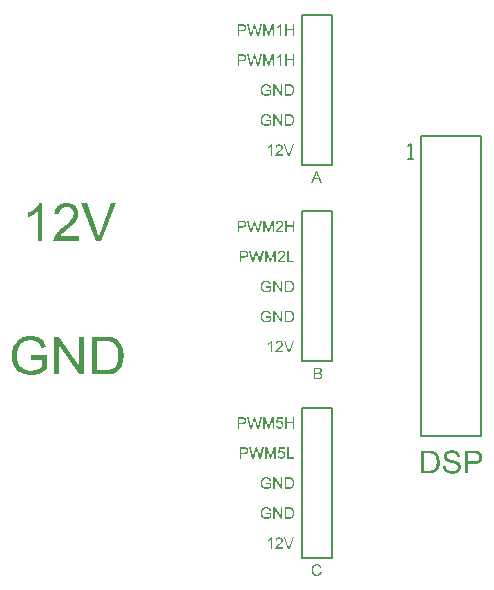
<source format=gto>
G04*
G04 #@! TF.GenerationSoftware,Altium Limited,Altium Designer,23.2.1 (34)*
G04*
G04 Layer_Color=65535*
%FSLAX25Y25*%
%MOIN*%
G70*
G04*
G04 #@! TF.SameCoordinates,8498BAA7-9676-4981-84BE-4D8C7AE1AD3F*
G04*
G04*
G04 #@! TF.FilePolarity,Positive*
G04*
G01*
G75*
%ADD10C,0.00787*%
%ADD11C,0.00800*%
G36*
X502526Y253603D02*
X502002D01*
X500538Y257381D01*
X501084D01*
X502067Y254635D01*
Y254629D01*
X502073Y254618D01*
X502078Y254602D01*
X502089Y254580D01*
X502095Y254547D01*
X502105Y254515D01*
X502133Y254433D01*
X502165Y254340D01*
X502198Y254236D01*
X502264Y254018D01*
Y254023D01*
X502269Y254034D01*
X502275Y254050D01*
X502280Y254072D01*
X502296Y254132D01*
X502324Y254214D01*
X502351Y254307D01*
X502384Y254411D01*
X502422Y254520D01*
X502466Y254635D01*
X503492Y257381D01*
X504000D01*
X502526Y253603D01*
D02*
G37*
G36*
X499146Y257392D02*
X499190Y257386D01*
X499244Y257381D01*
X499304Y257370D01*
X499365Y257359D01*
X499506Y257321D01*
X499648Y257266D01*
X499719Y257234D01*
X499790Y257195D01*
X499856Y257146D01*
X499916Y257092D01*
X499921Y257086D01*
X499932Y257081D01*
X499943Y257059D01*
X499965Y257037D01*
X499992Y257010D01*
X500020Y256972D01*
X500047Y256933D01*
X500080Y256884D01*
X500134Y256780D01*
X500189Y256649D01*
X500211Y256584D01*
X500222Y256507D01*
X500233Y256431D01*
X500238Y256349D01*
Y256338D01*
Y256311D01*
X500233Y256267D01*
X500227Y256207D01*
X500216Y256142D01*
X500194Y256065D01*
X500173Y255983D01*
X500140Y255901D01*
X500134Y255890D01*
X500123Y255863D01*
X500102Y255819D01*
X500069Y255759D01*
X500025Y255694D01*
X499970Y255612D01*
X499905Y255530D01*
X499829Y255437D01*
X499818Y255426D01*
X499790Y255394D01*
X499763Y255366D01*
X499736Y255339D01*
X499703Y255306D01*
X499659Y255262D01*
X499616Y255219D01*
X499561Y255170D01*
X499506Y255115D01*
X499441Y255055D01*
X499370Y254995D01*
X499294Y254924D01*
X499206Y254853D01*
X499119Y254777D01*
X499113Y254771D01*
X499102Y254760D01*
X499081Y254744D01*
X499053Y254722D01*
X499020Y254689D01*
X498982Y254656D01*
X498895Y254585D01*
X498802Y254503D01*
X498715Y254422D01*
X498638Y254351D01*
X498605Y254323D01*
X498578Y254296D01*
X498573Y254291D01*
X498556Y254274D01*
X498534Y254252D01*
X498507Y254220D01*
X498480Y254181D01*
X498447Y254143D01*
X498382Y254050D01*
X500244D01*
Y253603D01*
X497737D01*
Y253608D01*
Y253630D01*
Y253663D01*
X497743Y253706D01*
X497748Y253755D01*
X497759Y253810D01*
X497770Y253865D01*
X497792Y253925D01*
Y253930D01*
X497797Y253936D01*
X497808Y253969D01*
X497830Y254018D01*
X497863Y254083D01*
X497907Y254160D01*
X497961Y254247D01*
X498021Y254334D01*
X498098Y254427D01*
Y254433D01*
X498109Y254438D01*
X498136Y254471D01*
X498185Y254520D01*
X498256Y254591D01*
X498338Y254673D01*
X498442Y254771D01*
X498567Y254880D01*
X498704Y254995D01*
X498709Y255000D01*
X498731Y255017D01*
X498764Y255044D01*
X498802Y255077D01*
X498851Y255120D01*
X498911Y255170D01*
X498971Y255224D01*
X499042Y255284D01*
X499179Y255415D01*
X499315Y255546D01*
X499381Y255612D01*
X499441Y255677D01*
X499496Y255737D01*
X499539Y255798D01*
Y255803D01*
X499550Y255808D01*
X499561Y255825D01*
X499572Y255847D01*
X499610Y255907D01*
X499654Y255978D01*
X499692Y256065D01*
X499730Y256158D01*
X499752Y256262D01*
X499763Y256360D01*
Y256365D01*
Y256371D01*
X499758Y256404D01*
X499752Y256458D01*
X499736Y256518D01*
X499714Y256595D01*
X499676Y256671D01*
X499626Y256748D01*
X499561Y256824D01*
X499550Y256835D01*
X499523Y256857D01*
X499485Y256884D01*
X499425Y256922D01*
X499348Y256955D01*
X499261Y256988D01*
X499157Y257010D01*
X499042Y257015D01*
X499010D01*
X498988Y257010D01*
X498922Y257004D01*
X498846Y256988D01*
X498764Y256966D01*
X498671Y256928D01*
X498584Y256879D01*
X498502Y256813D01*
X498491Y256802D01*
X498469Y256775D01*
X498436Y256731D01*
X498404Y256666D01*
X498365Y256589D01*
X498333Y256491D01*
X498311Y256382D01*
X498300Y256256D01*
X497825Y256305D01*
Y256311D01*
X497830Y256327D01*
Y256354D01*
X497836Y256393D01*
X497847Y256436D01*
X497858Y256486D01*
X497874Y256546D01*
X497890Y256606D01*
X497934Y256737D01*
X497999Y256868D01*
X498038Y256933D01*
X498087Y256999D01*
X498136Y257059D01*
X498191Y257113D01*
X498196Y257119D01*
X498207Y257124D01*
X498223Y257141D01*
X498251Y257157D01*
X498283Y257179D01*
X498322Y257201D01*
X498365Y257228D01*
X498420Y257255D01*
X498480Y257283D01*
X498546Y257310D01*
X498616Y257332D01*
X498693Y257354D01*
X498775Y257370D01*
X498862Y257386D01*
X498955Y257392D01*
X499053Y257397D01*
X499108D01*
X499146Y257392D01*
D02*
G37*
G36*
X496613Y253603D02*
X496148D01*
Y256557D01*
X496143Y256551D01*
X496116Y256529D01*
X496083Y256497D01*
X496028Y256458D01*
X495968Y256409D01*
X495892Y256354D01*
X495805Y256294D01*
X495706Y256234D01*
X495701D01*
X495695Y256229D01*
X495663Y256207D01*
X495608Y256180D01*
X495542Y256147D01*
X495466Y256109D01*
X495384Y256071D01*
X495302Y256032D01*
X495220Y256000D01*
Y256447D01*
X495226D01*
X495237Y256458D01*
X495259Y256464D01*
X495286Y256480D01*
X495319Y256497D01*
X495357Y256518D01*
X495450Y256573D01*
X495559Y256633D01*
X495668Y256709D01*
X495783Y256797D01*
X495897Y256890D01*
X495903Y256895D01*
X495908Y256901D01*
X495925Y256917D01*
X495947Y256933D01*
X495996Y256988D01*
X496061Y257053D01*
X496127Y257130D01*
X496198Y257217D01*
X496258Y257305D01*
X496312Y257397D01*
X496613D01*
Y253603D01*
D02*
G37*
G36*
X504000Y228103D02*
X503498D01*
Y229883D01*
X501543D01*
Y228103D01*
X501041D01*
Y231881D01*
X501543D01*
Y230330D01*
X503498D01*
Y231881D01*
X504000D01*
Y228103D01*
D02*
G37*
G36*
X497273D02*
X496793D01*
Y231264D01*
X495690Y228103D01*
X495242D01*
X494150Y231319D01*
Y228103D01*
X493670D01*
Y231881D01*
X494418D01*
X495313Y229200D01*
Y229195D01*
X495319Y229184D01*
X495324Y229167D01*
X495335Y229140D01*
X495357Y229075D01*
X495384Y228993D01*
X495411Y228900D01*
X495444Y228807D01*
X495471Y228720D01*
X495493Y228643D01*
X495499Y228654D01*
X495504Y228681D01*
X495521Y228731D01*
X495542Y228796D01*
X495570Y228883D01*
X495608Y228987D01*
X495646Y229107D01*
X495695Y229249D01*
X496602Y231881D01*
X497273D01*
Y228103D01*
D02*
G37*
G36*
X492179D02*
X491688D01*
X490896Y230980D01*
Y230985D01*
X490891Y230996D01*
X490885Y231013D01*
X490880Y231040D01*
X490863Y231100D01*
X490847Y231171D01*
X490825Y231248D01*
X490803Y231319D01*
X490787Y231379D01*
X490781Y231406D01*
X490776Y231422D01*
Y231417D01*
X490770Y231411D01*
X490765Y231379D01*
X490754Y231329D01*
X490738Y231270D01*
X490721Y231204D01*
X490699Y231128D01*
X490683Y231051D01*
X490661Y230980D01*
X489864Y228103D01*
X489340D01*
X488352Y231881D01*
X488870D01*
X489433Y229402D01*
Y229397D01*
X489438Y229386D01*
X489444Y229364D01*
X489449Y229337D01*
X489455Y229298D01*
X489466Y229260D01*
X489476Y229211D01*
X489487Y229156D01*
X489515Y229042D01*
X489542Y228911D01*
X489569Y228769D01*
X489597Y228627D01*
Y228632D01*
X489602Y228654D01*
X489613Y228681D01*
X489618Y228725D01*
X489629Y228769D01*
X489646Y228823D01*
X489673Y228943D01*
X489706Y229064D01*
X489717Y229124D01*
X489733Y229178D01*
X489744Y229227D01*
X489755Y229271D01*
X489766Y229304D01*
X489771Y229326D01*
X490486Y231881D01*
X491093D01*
X491628Y229964D01*
Y229959D01*
X491639Y229932D01*
X491649Y229893D01*
X491660Y229844D01*
X491677Y229779D01*
X491699Y229708D01*
X491720Y229626D01*
X491742Y229533D01*
X491770Y229429D01*
X491791Y229326D01*
X491841Y229102D01*
X491890Y228867D01*
X491928Y228627D01*
Y228632D01*
X491933Y228643D01*
Y228665D01*
X491944Y228692D01*
X491950Y228725D01*
X491961Y228763D01*
X491966Y228812D01*
X491983Y228867D01*
X492010Y228987D01*
X492043Y229129D01*
X492075Y229282D01*
X492119Y229451D01*
X492709Y231881D01*
X493217D01*
X492179Y228103D01*
D02*
G37*
G36*
X499239Y231892D02*
X499283Y231886D01*
X499337Y231881D01*
X499397Y231870D01*
X499457Y231859D01*
X499599Y231821D01*
X499741Y231766D01*
X499812Y231734D01*
X499883Y231695D01*
X499949Y231646D01*
X500009Y231592D01*
X500014Y231586D01*
X500025Y231581D01*
X500036Y231559D01*
X500058Y231537D01*
X500085Y231510D01*
X500112Y231471D01*
X500140Y231433D01*
X500173Y231384D01*
X500227Y231280D01*
X500282Y231149D01*
X500304Y231084D01*
X500315Y231007D01*
X500325Y230931D01*
X500331Y230849D01*
Y230838D01*
Y230811D01*
X500325Y230767D01*
X500320Y230707D01*
X500309Y230642D01*
X500287Y230565D01*
X500265Y230483D01*
X500233Y230401D01*
X500227Y230390D01*
X500216Y230363D01*
X500194Y230319D01*
X500162Y230259D01*
X500118Y230194D01*
X500063Y230112D01*
X499998Y230030D01*
X499921Y229937D01*
X499910Y229926D01*
X499883Y229893D01*
X499856Y229866D01*
X499829Y229839D01*
X499796Y229806D01*
X499752Y229763D01*
X499708Y229719D01*
X499654Y229670D01*
X499599Y229615D01*
X499534Y229555D01*
X499463Y229495D01*
X499386Y229424D01*
X499299Y229353D01*
X499212Y229276D01*
X499206Y229271D01*
X499195Y229260D01*
X499173Y229244D01*
X499146Y229222D01*
X499113Y229189D01*
X499075Y229156D01*
X498988Y229085D01*
X498895Y229004D01*
X498807Y228922D01*
X498731Y228851D01*
X498698Y228823D01*
X498671Y228796D01*
X498666Y228791D01*
X498649Y228774D01*
X498627Y228752D01*
X498600Y228720D01*
X498573Y228681D01*
X498540Y228643D01*
X498475Y228550D01*
X500336D01*
Y228103D01*
X497830D01*
Y228108D01*
Y228130D01*
Y228163D01*
X497836Y228206D01*
X497841Y228256D01*
X497852Y228310D01*
X497863Y228365D01*
X497885Y228425D01*
Y228430D01*
X497890Y228436D01*
X497901Y228468D01*
X497923Y228518D01*
X497956Y228583D01*
X497999Y228660D01*
X498054Y228747D01*
X498114Y228834D01*
X498191Y228927D01*
Y228933D01*
X498202Y228938D01*
X498229Y228971D01*
X498278Y229020D01*
X498349Y229091D01*
X498431Y229173D01*
X498534Y229271D01*
X498660Y229380D01*
X498797Y229495D01*
X498802Y229500D01*
X498824Y229517D01*
X498857Y229544D01*
X498895Y229577D01*
X498944Y229621D01*
X499004Y229670D01*
X499064Y229724D01*
X499135Y229784D01*
X499272Y229915D01*
X499408Y230046D01*
X499474Y230112D01*
X499534Y230177D01*
X499588Y230238D01*
X499632Y230298D01*
Y230303D01*
X499643Y230309D01*
X499654Y230325D01*
X499665Y230347D01*
X499703Y230407D01*
X499747Y230478D01*
X499785Y230565D01*
X499823Y230658D01*
X499845Y230762D01*
X499856Y230860D01*
Y230865D01*
Y230871D01*
X499850Y230904D01*
X499845Y230958D01*
X499829Y231018D01*
X499807Y231095D01*
X499768Y231171D01*
X499719Y231248D01*
X499654Y231324D01*
X499643Y231335D01*
X499616Y231357D01*
X499577Y231384D01*
X499517Y231422D01*
X499441Y231455D01*
X499354Y231488D01*
X499250Y231510D01*
X499135Y231515D01*
X499102D01*
X499081Y231510D01*
X499015Y231504D01*
X498939Y231488D01*
X498857Y231466D01*
X498764Y231428D01*
X498676Y231379D01*
X498595Y231313D01*
X498584Y231302D01*
X498562Y231275D01*
X498529Y231231D01*
X498496Y231166D01*
X498458Y231089D01*
X498425Y230991D01*
X498404Y230882D01*
X498393Y230756D01*
X497918Y230805D01*
Y230811D01*
X497923Y230827D01*
Y230855D01*
X497928Y230893D01*
X497939Y230936D01*
X497950Y230985D01*
X497967Y231046D01*
X497983Y231106D01*
X498027Y231237D01*
X498092Y231368D01*
X498131Y231433D01*
X498180Y231499D01*
X498229Y231559D01*
X498283Y231613D01*
X498289Y231619D01*
X498300Y231624D01*
X498316Y231641D01*
X498343Y231657D01*
X498376Y231679D01*
X498414Y231701D01*
X498458Y231728D01*
X498513Y231755D01*
X498573Y231783D01*
X498638Y231810D01*
X498709Y231832D01*
X498786Y231854D01*
X498868Y231870D01*
X498955Y231886D01*
X499048Y231892D01*
X499146Y231897D01*
X499201D01*
X499239Y231892D01*
D02*
G37*
G36*
X486812Y231875D02*
X486905Y231870D01*
X487003Y231865D01*
X487096Y231854D01*
X487178Y231843D01*
X487189D01*
X487227Y231832D01*
X487276Y231821D01*
X487341Y231804D01*
X487413Y231777D01*
X487489Y231745D01*
X487571Y231706D01*
X487642Y231663D01*
X487653Y231657D01*
X487675Y231641D01*
X487707Y231608D01*
X487751Y231570D01*
X487800Y231521D01*
X487849Y231455D01*
X487904Y231384D01*
X487948Y231302D01*
X487953Y231291D01*
X487964Y231264D01*
X487986Y231215D01*
X488008Y231149D01*
X488024Y231073D01*
X488046Y230985D01*
X488057Y230887D01*
X488062Y230784D01*
Y230778D01*
Y230762D01*
Y230740D01*
X488057Y230702D01*
X488051Y230663D01*
X488046Y230614D01*
X488035Y230560D01*
X488024Y230500D01*
X487986Y230374D01*
X487964Y230309D01*
X487931Y230238D01*
X487893Y230167D01*
X487855Y230101D01*
X487806Y230035D01*
X487751Y229970D01*
X487746Y229964D01*
X487735Y229954D01*
X487718Y229937D01*
X487691Y229921D01*
X487658Y229893D01*
X487614Y229866D01*
X487560Y229834D01*
X487500Y229806D01*
X487429Y229773D01*
X487347Y229741D01*
X487260Y229713D01*
X487156Y229692D01*
X487047Y229670D01*
X486927Y229653D01*
X486790Y229642D01*
X486648Y229637D01*
X485682D01*
Y228103D01*
X485179D01*
Y231881D01*
X486730D01*
X486812Y231875D01*
D02*
G37*
G36*
X497907Y218103D02*
X497426D01*
Y221264D01*
X496323Y218103D01*
X495876D01*
X494783Y221319D01*
Y218103D01*
X494303D01*
Y221881D01*
X495051D01*
X495947Y219200D01*
Y219195D01*
X495952Y219184D01*
X495957Y219167D01*
X495968Y219140D01*
X495990Y219075D01*
X496018Y218993D01*
X496045Y218900D01*
X496077Y218807D01*
X496105Y218720D01*
X496127Y218643D01*
X496132Y218654D01*
X496138Y218681D01*
X496154Y218730D01*
X496176Y218796D01*
X496203Y218883D01*
X496241Y218987D01*
X496280Y219107D01*
X496329Y219249D01*
X497235Y221881D01*
X497907D01*
Y218103D01*
D02*
G37*
G36*
X492812D02*
X492321D01*
X491529Y220980D01*
Y220986D01*
X491524Y220996D01*
X491518Y221013D01*
X491513Y221040D01*
X491497Y221100D01*
X491480Y221171D01*
X491458Y221248D01*
X491436Y221319D01*
X491420Y221379D01*
X491415Y221406D01*
X491409Y221422D01*
Y221417D01*
X491404Y221411D01*
X491398Y221379D01*
X491387Y221329D01*
X491371Y221269D01*
X491355Y221204D01*
X491333Y221128D01*
X491316Y221051D01*
X491295Y220980D01*
X490497Y218103D01*
X489973D01*
X488985Y221881D01*
X489504D01*
X490066Y219402D01*
Y219397D01*
X490071Y219386D01*
X490077Y219364D01*
X490083Y219337D01*
X490088Y219298D01*
X490099Y219260D01*
X490110Y219211D01*
X490121Y219156D01*
X490148Y219042D01*
X490175Y218911D01*
X490203Y218769D01*
X490230Y218627D01*
Y218632D01*
X490235Y218654D01*
X490246Y218681D01*
X490252Y218725D01*
X490263Y218769D01*
X490279Y218823D01*
X490306Y218944D01*
X490339Y219064D01*
X490350Y219124D01*
X490366Y219178D01*
X490377Y219227D01*
X490388Y219271D01*
X490399Y219304D01*
X490405Y219326D01*
X491120Y221881D01*
X491726D01*
X492261Y219965D01*
Y219959D01*
X492272Y219932D01*
X492283Y219894D01*
X492294Y219844D01*
X492310Y219779D01*
X492332Y219708D01*
X492354Y219626D01*
X492376Y219533D01*
X492403Y219429D01*
X492425Y219326D01*
X492474Y219102D01*
X492523Y218867D01*
X492561Y218627D01*
Y218632D01*
X492567Y218643D01*
Y218665D01*
X492578Y218692D01*
X492583Y218725D01*
X492594Y218763D01*
X492599Y218812D01*
X492616Y218867D01*
X492643Y218987D01*
X492676Y219129D01*
X492709Y219282D01*
X492752Y219451D01*
X493342Y221881D01*
X493850D01*
X492812Y218103D01*
D02*
G37*
G36*
X502138Y218550D02*
X504000D01*
Y218103D01*
X501636D01*
Y221881D01*
X502138D01*
Y218550D01*
D02*
G37*
G36*
X499872Y221892D02*
X499916Y221886D01*
X499970Y221881D01*
X500031Y221870D01*
X500091Y221859D01*
X500233Y221821D01*
X500375Y221766D01*
X500446Y221734D01*
X500517Y221695D01*
X500582Y221646D01*
X500642Y221592D01*
X500648Y221586D01*
X500659Y221581D01*
X500669Y221559D01*
X500691Y221537D01*
X500718Y221510D01*
X500746Y221472D01*
X500773Y221433D01*
X500806Y221384D01*
X500861Y221280D01*
X500915Y221149D01*
X500937Y221084D01*
X500948Y221007D01*
X500959Y220931D01*
X500964Y220849D01*
Y220838D01*
Y220811D01*
X500959Y220767D01*
X500953Y220707D01*
X500942Y220642D01*
X500921Y220565D01*
X500899Y220483D01*
X500866Y220401D01*
X500861Y220390D01*
X500850Y220363D01*
X500828Y220319D01*
X500795Y220259D01*
X500751Y220194D01*
X500697Y220112D01*
X500631Y220030D01*
X500555Y219937D01*
X500544Y219926D01*
X500517Y219894D01*
X500489Y219866D01*
X500462Y219839D01*
X500429Y219806D01*
X500386Y219762D01*
X500342Y219719D01*
X500287Y219670D01*
X500233Y219615D01*
X500167Y219555D01*
X500096Y219495D01*
X500020Y219424D01*
X499932Y219353D01*
X499845Y219276D01*
X499839Y219271D01*
X499829Y219260D01*
X499807Y219244D01*
X499779Y219222D01*
X499747Y219189D01*
X499708Y219156D01*
X499621Y219085D01*
X499528Y219004D01*
X499441Y218922D01*
X499365Y218851D01*
X499332Y218823D01*
X499304Y218796D01*
X499299Y218791D01*
X499283Y218774D01*
X499261Y218752D01*
X499233Y218720D01*
X499206Y218681D01*
X499173Y218643D01*
X499108Y218550D01*
X500970D01*
Y218103D01*
X498464D01*
Y218108D01*
Y218130D01*
Y218163D01*
X498469Y218206D01*
X498475Y218255D01*
X498485Y218310D01*
X498496Y218365D01*
X498518Y218425D01*
Y218430D01*
X498524Y218436D01*
X498534Y218468D01*
X498556Y218518D01*
X498589Y218583D01*
X498633Y218660D01*
X498687Y218747D01*
X498747Y218834D01*
X498824Y218927D01*
Y218933D01*
X498835Y218938D01*
X498862Y218971D01*
X498911Y219020D01*
X498982Y219091D01*
X499064Y219173D01*
X499168Y219271D01*
X499294Y219380D01*
X499430Y219495D01*
X499435Y219500D01*
X499457Y219517D01*
X499490Y219544D01*
X499528Y219577D01*
X499577Y219620D01*
X499638Y219670D01*
X499697Y219724D01*
X499768Y219784D01*
X499905Y219915D01*
X500041Y220046D01*
X500107Y220112D01*
X500167Y220177D01*
X500222Y220237D01*
X500265Y220298D01*
Y220303D01*
X500276Y220308D01*
X500287Y220325D01*
X500298Y220347D01*
X500336Y220407D01*
X500380Y220478D01*
X500418Y220565D01*
X500456Y220658D01*
X500478Y220762D01*
X500489Y220860D01*
Y220865D01*
Y220871D01*
X500484Y220904D01*
X500478Y220958D01*
X500462Y221018D01*
X500440Y221095D01*
X500402Y221171D01*
X500353Y221248D01*
X500287Y221324D01*
X500276Y221335D01*
X500249Y221357D01*
X500211Y221384D01*
X500151Y221422D01*
X500074Y221455D01*
X499987Y221488D01*
X499883Y221510D01*
X499768Y221515D01*
X499736D01*
X499714Y221510D01*
X499648Y221504D01*
X499572Y221488D01*
X499490Y221466D01*
X499397Y221428D01*
X499310Y221379D01*
X499228Y221313D01*
X499217Y221302D01*
X499195Y221275D01*
X499162Y221231D01*
X499130Y221166D01*
X499091Y221089D01*
X499059Y220991D01*
X499037Y220882D01*
X499026Y220756D01*
X498551Y220805D01*
Y220811D01*
X498556Y220827D01*
Y220854D01*
X498562Y220893D01*
X498573Y220936D01*
X498584Y220986D01*
X498600Y221046D01*
X498616Y221106D01*
X498660Y221237D01*
X498726Y221368D01*
X498764Y221433D01*
X498813Y221499D01*
X498862Y221559D01*
X498917Y221613D01*
X498922Y221619D01*
X498933Y221624D01*
X498949Y221641D01*
X498977Y221657D01*
X499010Y221679D01*
X499048Y221701D01*
X499091Y221728D01*
X499146Y221755D01*
X499206Y221783D01*
X499272Y221810D01*
X499343Y221832D01*
X499419Y221854D01*
X499501Y221870D01*
X499588Y221886D01*
X499681Y221892D01*
X499779Y221897D01*
X499834D01*
X499872Y221892D01*
D02*
G37*
G36*
X487445Y221876D02*
X487538Y221870D01*
X487636Y221865D01*
X487729Y221854D01*
X487811Y221843D01*
X487822D01*
X487860Y221832D01*
X487909Y221821D01*
X487975Y221804D01*
X488046Y221777D01*
X488122Y221744D01*
X488204Y221706D01*
X488275Y221663D01*
X488286Y221657D01*
X488308Y221641D01*
X488341Y221608D01*
X488384Y221570D01*
X488434Y221521D01*
X488483Y221455D01*
X488537Y221384D01*
X488581Y221302D01*
X488586Y221291D01*
X488597Y221264D01*
X488619Y221215D01*
X488641Y221149D01*
X488657Y221073D01*
X488679Y220986D01*
X488690Y220887D01*
X488696Y220783D01*
Y220778D01*
Y220762D01*
Y220740D01*
X488690Y220702D01*
X488685Y220663D01*
X488679Y220614D01*
X488668Y220560D01*
X488657Y220500D01*
X488619Y220374D01*
X488597Y220308D01*
X488565Y220237D01*
X488526Y220166D01*
X488488Y220101D01*
X488439Y220036D01*
X488384Y219970D01*
X488379Y219965D01*
X488368Y219954D01*
X488352Y219937D01*
X488324Y219921D01*
X488292Y219894D01*
X488248Y219866D01*
X488193Y219833D01*
X488133Y219806D01*
X488062Y219773D01*
X487980Y219741D01*
X487893Y219713D01*
X487789Y219691D01*
X487680Y219670D01*
X487560Y219653D01*
X487423Y219642D01*
X487282Y219637D01*
X486315D01*
Y218103D01*
X485813D01*
Y221881D01*
X487363D01*
X487445Y221876D01*
D02*
G37*
G36*
X502526Y188103D02*
X502002D01*
X500538Y191881D01*
X501084D01*
X502067Y189135D01*
Y189129D01*
X502073Y189118D01*
X502078Y189102D01*
X502089Y189080D01*
X502095Y189047D01*
X502105Y189014D01*
X502133Y188933D01*
X502165Y188840D01*
X502198Y188736D01*
X502264Y188518D01*
Y188523D01*
X502269Y188534D01*
X502275Y188550D01*
X502280Y188572D01*
X502296Y188632D01*
X502324Y188714D01*
X502351Y188807D01*
X502384Y188911D01*
X502422Y189020D01*
X502466Y189135D01*
X503492Y191881D01*
X504000D01*
X502526Y188103D01*
D02*
G37*
G36*
X499146Y191892D02*
X499190Y191886D01*
X499244Y191881D01*
X499304Y191870D01*
X499365Y191859D01*
X499506Y191821D01*
X499648Y191766D01*
X499719Y191734D01*
X499790Y191695D01*
X499856Y191646D01*
X499916Y191592D01*
X499921Y191586D01*
X499932Y191581D01*
X499943Y191559D01*
X499965Y191537D01*
X499992Y191510D01*
X500020Y191472D01*
X500047Y191433D01*
X500080Y191384D01*
X500134Y191280D01*
X500189Y191149D01*
X500211Y191084D01*
X500222Y191007D01*
X500233Y190931D01*
X500238Y190849D01*
Y190838D01*
Y190811D01*
X500233Y190767D01*
X500227Y190707D01*
X500216Y190642D01*
X500194Y190565D01*
X500173Y190483D01*
X500140Y190401D01*
X500134Y190390D01*
X500123Y190363D01*
X500102Y190319D01*
X500069Y190259D01*
X500025Y190194D01*
X499970Y190112D01*
X499905Y190030D01*
X499829Y189937D01*
X499818Y189926D01*
X499790Y189893D01*
X499763Y189866D01*
X499736Y189839D01*
X499703Y189806D01*
X499659Y189762D01*
X499616Y189719D01*
X499561Y189670D01*
X499506Y189615D01*
X499441Y189555D01*
X499370Y189495D01*
X499294Y189424D01*
X499206Y189353D01*
X499119Y189277D01*
X499113Y189271D01*
X499102Y189260D01*
X499081Y189244D01*
X499053Y189222D01*
X499020Y189189D01*
X498982Y189156D01*
X498895Y189085D01*
X498802Y189004D01*
X498715Y188922D01*
X498638Y188851D01*
X498605Y188823D01*
X498578Y188796D01*
X498573Y188791D01*
X498556Y188774D01*
X498534Y188752D01*
X498507Y188720D01*
X498480Y188681D01*
X498447Y188643D01*
X498382Y188550D01*
X500244D01*
Y188103D01*
X497737D01*
Y188108D01*
Y188130D01*
Y188163D01*
X497743Y188206D01*
X497748Y188256D01*
X497759Y188310D01*
X497770Y188365D01*
X497792Y188425D01*
Y188430D01*
X497797Y188436D01*
X497808Y188469D01*
X497830Y188518D01*
X497863Y188583D01*
X497907Y188660D01*
X497961Y188747D01*
X498021Y188834D01*
X498098Y188927D01*
Y188933D01*
X498109Y188938D01*
X498136Y188971D01*
X498185Y189020D01*
X498256Y189091D01*
X498338Y189173D01*
X498442Y189271D01*
X498567Y189380D01*
X498704Y189495D01*
X498709Y189500D01*
X498731Y189517D01*
X498764Y189544D01*
X498802Y189577D01*
X498851Y189620D01*
X498911Y189670D01*
X498971Y189724D01*
X499042Y189784D01*
X499179Y189915D01*
X499315Y190046D01*
X499381Y190112D01*
X499441Y190177D01*
X499496Y190237D01*
X499539Y190298D01*
Y190303D01*
X499550Y190308D01*
X499561Y190325D01*
X499572Y190347D01*
X499610Y190407D01*
X499654Y190478D01*
X499692Y190565D01*
X499730Y190658D01*
X499752Y190762D01*
X499763Y190860D01*
Y190865D01*
Y190871D01*
X499758Y190904D01*
X499752Y190958D01*
X499736Y191018D01*
X499714Y191095D01*
X499676Y191171D01*
X499626Y191248D01*
X499561Y191324D01*
X499550Y191335D01*
X499523Y191357D01*
X499485Y191384D01*
X499425Y191422D01*
X499348Y191455D01*
X499261Y191488D01*
X499157Y191510D01*
X499042Y191515D01*
X499010D01*
X498988Y191510D01*
X498922Y191504D01*
X498846Y191488D01*
X498764Y191466D01*
X498671Y191428D01*
X498584Y191379D01*
X498502Y191313D01*
X498491Y191302D01*
X498469Y191275D01*
X498436Y191231D01*
X498404Y191166D01*
X498365Y191089D01*
X498333Y190991D01*
X498311Y190882D01*
X498300Y190756D01*
X497825Y190805D01*
Y190811D01*
X497830Y190827D01*
Y190855D01*
X497836Y190893D01*
X497847Y190936D01*
X497858Y190986D01*
X497874Y191046D01*
X497890Y191106D01*
X497934Y191237D01*
X497999Y191368D01*
X498038Y191433D01*
X498087Y191499D01*
X498136Y191559D01*
X498191Y191613D01*
X498196Y191619D01*
X498207Y191624D01*
X498223Y191641D01*
X498251Y191657D01*
X498283Y191679D01*
X498322Y191701D01*
X498365Y191728D01*
X498420Y191755D01*
X498480Y191783D01*
X498546Y191810D01*
X498616Y191832D01*
X498693Y191854D01*
X498775Y191870D01*
X498862Y191886D01*
X498955Y191892D01*
X499053Y191897D01*
X499108D01*
X499146Y191892D01*
D02*
G37*
G36*
X496613Y188103D02*
X496148D01*
Y191057D01*
X496143Y191051D01*
X496116Y191029D01*
X496083Y190997D01*
X496028Y190958D01*
X495968Y190909D01*
X495892Y190855D01*
X495805Y190794D01*
X495706Y190734D01*
X495701D01*
X495695Y190729D01*
X495663Y190707D01*
X495608Y190680D01*
X495542Y190647D01*
X495466Y190609D01*
X495384Y190571D01*
X495302Y190532D01*
X495220Y190500D01*
Y190947D01*
X495226D01*
X495237Y190958D01*
X495259Y190964D01*
X495286Y190980D01*
X495319Y190997D01*
X495357Y191018D01*
X495450Y191073D01*
X495559Y191133D01*
X495668Y191209D01*
X495783Y191297D01*
X495897Y191390D01*
X495903Y191395D01*
X495908Y191401D01*
X495925Y191417D01*
X495947Y191433D01*
X495996Y191488D01*
X496061Y191553D01*
X496127Y191630D01*
X496198Y191717D01*
X496258Y191805D01*
X496312Y191897D01*
X496613D01*
Y188103D01*
D02*
G37*
G36*
X504000Y162644D02*
X503498D01*
Y164424D01*
X501543D01*
Y162644D01*
X501041D01*
Y166422D01*
X501543D01*
Y164871D01*
X503498D01*
Y166422D01*
X504000D01*
Y162644D01*
D02*
G37*
G36*
X497273D02*
X496793D01*
Y165805D01*
X495690Y162644D01*
X495242D01*
X494150Y165859D01*
Y162644D01*
X493670D01*
Y166422D01*
X494418D01*
X495313Y163741D01*
Y163736D01*
X495319Y163725D01*
X495324Y163708D01*
X495335Y163681D01*
X495357Y163616D01*
X495384Y163534D01*
X495411Y163441D01*
X495444Y163348D01*
X495471Y163261D01*
X495493Y163184D01*
X495499Y163195D01*
X495504Y163222D01*
X495521Y163271D01*
X495542Y163337D01*
X495570Y163424D01*
X495608Y163528D01*
X495646Y163648D01*
X495695Y163790D01*
X496602Y166422D01*
X497273D01*
Y162644D01*
D02*
G37*
G36*
X492179D02*
X491688D01*
X490896Y165521D01*
Y165526D01*
X490891Y165537D01*
X490885Y165554D01*
X490880Y165581D01*
X490863Y165641D01*
X490847Y165712D01*
X490825Y165789D01*
X490803Y165859D01*
X490787Y165920D01*
X490781Y165947D01*
X490776Y165963D01*
Y165958D01*
X490770Y165952D01*
X490765Y165920D01*
X490754Y165870D01*
X490738Y165810D01*
X490721Y165745D01*
X490699Y165668D01*
X490683Y165592D01*
X490661Y165521D01*
X489864Y162644D01*
X489340D01*
X488352Y166422D01*
X488870D01*
X489433Y163943D01*
Y163938D01*
X489438Y163927D01*
X489444Y163905D01*
X489449Y163878D01*
X489455Y163839D01*
X489466Y163801D01*
X489476Y163752D01*
X489487Y163697D01*
X489515Y163583D01*
X489542Y163452D01*
X489569Y163310D01*
X489597Y163168D01*
Y163173D01*
X489602Y163195D01*
X489613Y163222D01*
X489618Y163266D01*
X489629Y163310D01*
X489646Y163364D01*
X489673Y163484D01*
X489706Y163605D01*
X489717Y163665D01*
X489733Y163719D01*
X489744Y163768D01*
X489755Y163812D01*
X489766Y163845D01*
X489771Y163867D01*
X490486Y166422D01*
X491093D01*
X491628Y164506D01*
Y164500D01*
X491639Y164473D01*
X491649Y164435D01*
X491660Y164385D01*
X491677Y164320D01*
X491699Y164249D01*
X491720Y164167D01*
X491742Y164074D01*
X491770Y163970D01*
X491791Y163867D01*
X491841Y163643D01*
X491890Y163408D01*
X491928Y163168D01*
Y163173D01*
X491933Y163184D01*
Y163206D01*
X491944Y163233D01*
X491950Y163266D01*
X491961Y163304D01*
X491966Y163353D01*
X491983Y163408D01*
X492010Y163528D01*
X492043Y163670D01*
X492075Y163823D01*
X492119Y163992D01*
X492709Y166422D01*
X493217D01*
X492179Y162644D01*
D02*
G37*
G36*
X500222Y165930D02*
X498709D01*
X498507Y164910D01*
X498513Y164915D01*
X498524Y164920D01*
X498540Y164931D01*
X498567Y164948D01*
X498600Y164964D01*
X498638Y164986D01*
X498726Y165030D01*
X498835Y165073D01*
X498955Y165111D01*
X499086Y165139D01*
X499152Y165150D01*
X499272D01*
X499304Y165144D01*
X499348Y165139D01*
X499397Y165133D01*
X499452Y165122D01*
X499512Y165106D01*
X499643Y165068D01*
X499714Y165041D01*
X499785Y165002D01*
X499856Y164964D01*
X499927Y164920D01*
X499992Y164866D01*
X500058Y164806D01*
X500063Y164800D01*
X500074Y164789D01*
X500091Y164773D01*
X500112Y164746D01*
X500140Y164708D01*
X500167Y164669D01*
X500200Y164620D01*
X500233Y164566D01*
X500260Y164506D01*
X500293Y164440D01*
X500320Y164364D01*
X500347Y164287D01*
X500369Y164205D01*
X500386Y164112D01*
X500396Y164020D01*
X500402Y163921D01*
Y163916D01*
Y163899D01*
Y163872D01*
X500396Y163834D01*
X500391Y163790D01*
X500386Y163741D01*
X500375Y163681D01*
X500364Y163621D01*
X500331Y163479D01*
X500276Y163332D01*
X500244Y163255D01*
X500200Y163184D01*
X500156Y163108D01*
X500102Y163037D01*
X500096Y163031D01*
X500085Y163015D01*
X500063Y162993D01*
X500036Y162966D01*
X499998Y162933D01*
X499954Y162889D01*
X499899Y162851D01*
X499839Y162807D01*
X499774Y162764D01*
X499697Y162725D01*
X499616Y162687D01*
X499528Y162649D01*
X499435Y162622D01*
X499332Y162600D01*
X499223Y162583D01*
X499108Y162578D01*
X499059D01*
X499020Y162583D01*
X498977Y162589D01*
X498928Y162594D01*
X498868Y162600D01*
X498807Y162616D01*
X498671Y162649D01*
X498534Y162698D01*
X498464Y162731D01*
X498393Y162769D01*
X498327Y162813D01*
X498261Y162862D01*
X498256Y162867D01*
X498245Y162873D01*
X498234Y162895D01*
X498212Y162917D01*
X498185Y162944D01*
X498158Y162977D01*
X498125Y163020D01*
X498098Y163069D01*
X498065Y163119D01*
X498032Y163179D01*
X497972Y163310D01*
X497923Y163463D01*
X497907Y163544D01*
X497896Y163632D01*
X498382Y163670D01*
Y163665D01*
Y163654D01*
X498387Y163637D01*
X498393Y163610D01*
X498409Y163550D01*
X498431Y163468D01*
X498464Y163386D01*
X498507Y163293D01*
X498562Y163211D01*
X498627Y163135D01*
X498638Y163129D01*
X498660Y163108D01*
X498704Y163080D01*
X498764Y163048D01*
X498829Y163015D01*
X498911Y162988D01*
X499004Y162966D01*
X499108Y162960D01*
X499141D01*
X499162Y162966D01*
X499228Y162971D01*
X499304Y162993D01*
X499397Y163020D01*
X499490Y163064D01*
X499588Y163129D01*
X499632Y163168D01*
X499676Y163211D01*
X499681Y163217D01*
X499687Y163222D01*
X499697Y163239D01*
X499714Y163255D01*
X499752Y163315D01*
X499796Y163392D01*
X499834Y163484D01*
X499872Y163599D01*
X499899Y163736D01*
X499910Y163807D01*
Y163883D01*
Y163889D01*
Y163899D01*
Y163921D01*
X499905Y163949D01*
Y163981D01*
X499899Y164020D01*
X499883Y164107D01*
X499856Y164211D01*
X499818Y164314D01*
X499763Y164413D01*
X499687Y164506D01*
Y164511D01*
X499676Y164516D01*
X499648Y164544D01*
X499599Y164582D01*
X499534Y164626D01*
X499446Y164664D01*
X499348Y164702D01*
X499233Y164729D01*
X499168Y164740D01*
X499064D01*
X499020Y164735D01*
X498966Y164729D01*
X498900Y164713D01*
X498835Y164697D01*
X498764Y164669D01*
X498693Y164637D01*
X498687Y164631D01*
X498666Y164620D01*
X498633Y164593D01*
X498589Y164566D01*
X498546Y164527D01*
X498502Y164478D01*
X498453Y164429D01*
X498414Y164369D01*
X497978Y164429D01*
X498343Y166373D01*
X500222D01*
Y165930D01*
D02*
G37*
G36*
X486812Y166417D02*
X486905Y166411D01*
X487003Y166405D01*
X487096Y166395D01*
X487178Y166384D01*
X487189D01*
X487227Y166373D01*
X487276Y166362D01*
X487341Y166346D01*
X487413Y166318D01*
X487489Y166285D01*
X487571Y166247D01*
X487642Y166203D01*
X487653Y166198D01*
X487675Y166182D01*
X487707Y166149D01*
X487751Y166111D01*
X487800Y166062D01*
X487849Y165996D01*
X487904Y165925D01*
X487948Y165843D01*
X487953Y165832D01*
X487964Y165805D01*
X487986Y165756D01*
X488008Y165690D01*
X488024Y165614D01*
X488046Y165526D01*
X488057Y165428D01*
X488062Y165324D01*
Y165319D01*
Y165303D01*
Y165281D01*
X488057Y165243D01*
X488051Y165204D01*
X488046Y165155D01*
X488035Y165101D01*
X488024Y165041D01*
X487986Y164915D01*
X487964Y164849D01*
X487931Y164778D01*
X487893Y164708D01*
X487855Y164642D01*
X487806Y164576D01*
X487751Y164511D01*
X487746Y164506D01*
X487735Y164495D01*
X487718Y164478D01*
X487691Y164462D01*
X487658Y164435D01*
X487614Y164407D01*
X487560Y164374D01*
X487500Y164347D01*
X487429Y164314D01*
X487347Y164282D01*
X487260Y164254D01*
X487156Y164233D01*
X487047Y164211D01*
X486927Y164194D01*
X486790Y164183D01*
X486648Y164178D01*
X485682D01*
Y162644D01*
X485179D01*
Y166422D01*
X486730D01*
X486812Y166417D01*
D02*
G37*
G36*
X497907Y152644D02*
X497426D01*
Y155805D01*
X496323Y152644D01*
X495876D01*
X494783Y155859D01*
Y152644D01*
X494303D01*
Y156422D01*
X495051D01*
X495947Y153741D01*
Y153736D01*
X495952Y153725D01*
X495957Y153708D01*
X495968Y153681D01*
X495990Y153615D01*
X496018Y153534D01*
X496045Y153441D01*
X496077Y153348D01*
X496105Y153261D01*
X496127Y153184D01*
X496132Y153195D01*
X496138Y153222D01*
X496154Y153271D01*
X496176Y153337D01*
X496203Y153424D01*
X496241Y153528D01*
X496280Y153648D01*
X496329Y153790D01*
X497235Y156422D01*
X497907D01*
Y152644D01*
D02*
G37*
G36*
X492812D02*
X492321D01*
X491529Y155521D01*
Y155526D01*
X491524Y155537D01*
X491518Y155554D01*
X491513Y155581D01*
X491497Y155641D01*
X491480Y155712D01*
X491458Y155789D01*
X491436Y155859D01*
X491420Y155920D01*
X491415Y155947D01*
X491409Y155963D01*
Y155958D01*
X491404Y155952D01*
X491398Y155920D01*
X491387Y155870D01*
X491371Y155810D01*
X491355Y155745D01*
X491333Y155668D01*
X491316Y155592D01*
X491295Y155521D01*
X490497Y152644D01*
X489973D01*
X488985Y156422D01*
X489504D01*
X490066Y153943D01*
Y153938D01*
X490071Y153927D01*
X490077Y153905D01*
X490083Y153878D01*
X490088Y153839D01*
X490099Y153801D01*
X490110Y153752D01*
X490121Y153697D01*
X490148Y153583D01*
X490175Y153452D01*
X490203Y153310D01*
X490230Y153168D01*
Y153173D01*
X490235Y153195D01*
X490246Y153222D01*
X490252Y153266D01*
X490263Y153310D01*
X490279Y153364D01*
X490306Y153484D01*
X490339Y153605D01*
X490350Y153665D01*
X490366Y153719D01*
X490377Y153768D01*
X490388Y153812D01*
X490399Y153845D01*
X490405Y153867D01*
X491120Y156422D01*
X491726D01*
X492261Y154506D01*
Y154500D01*
X492272Y154473D01*
X492283Y154435D01*
X492294Y154385D01*
X492310Y154320D01*
X492332Y154249D01*
X492354Y154167D01*
X492376Y154074D01*
X492403Y153970D01*
X492425Y153867D01*
X492474Y153643D01*
X492523Y153408D01*
X492561Y153168D01*
Y153173D01*
X492567Y153184D01*
Y153206D01*
X492578Y153233D01*
X492583Y153266D01*
X492594Y153304D01*
X492599Y153353D01*
X492616Y153408D01*
X492643Y153528D01*
X492676Y153670D01*
X492709Y153823D01*
X492752Y153992D01*
X493342Y156422D01*
X493850D01*
X492812Y152644D01*
D02*
G37*
G36*
X500855Y155930D02*
X499343D01*
X499141Y154910D01*
X499146Y154915D01*
X499157Y154920D01*
X499173Y154931D01*
X499201Y154948D01*
X499233Y154964D01*
X499272Y154986D01*
X499359Y155030D01*
X499468Y155073D01*
X499588Y155112D01*
X499719Y155139D01*
X499785Y155150D01*
X499905D01*
X499938Y155144D01*
X499981Y155139D01*
X500031Y155133D01*
X500085Y155122D01*
X500145Y155106D01*
X500276Y155068D01*
X500347Y155041D01*
X500418Y155002D01*
X500489Y154964D01*
X500560Y154920D01*
X500626Y154866D01*
X500691Y154806D01*
X500697Y154800D01*
X500708Y154789D01*
X500724Y154773D01*
X500746Y154746D01*
X500773Y154708D01*
X500800Y154669D01*
X500833Y154620D01*
X500866Y154566D01*
X500893Y154506D01*
X500926Y154440D01*
X500953Y154364D01*
X500981Y154287D01*
X501003Y154205D01*
X501019Y154112D01*
X501030Y154019D01*
X501035Y153921D01*
Y153916D01*
Y153899D01*
Y153872D01*
X501030Y153834D01*
X501024Y153790D01*
X501019Y153741D01*
X501008Y153681D01*
X500997Y153621D01*
X500964Y153479D01*
X500910Y153332D01*
X500877Y153255D01*
X500833Y153184D01*
X500789Y153108D01*
X500735Y153037D01*
X500730Y153031D01*
X500718Y153015D01*
X500697Y152993D01*
X500669Y152966D01*
X500631Y152933D01*
X500588Y152889D01*
X500533Y152851D01*
X500473Y152807D01*
X500407Y152764D01*
X500331Y152726D01*
X500249Y152687D01*
X500162Y152649D01*
X500069Y152622D01*
X499965Y152600D01*
X499856Y152584D01*
X499741Y152578D01*
X499692D01*
X499654Y152584D01*
X499610Y152589D01*
X499561Y152594D01*
X499501Y152600D01*
X499441Y152616D01*
X499304Y152649D01*
X499168Y152698D01*
X499097Y152731D01*
X499026Y152769D01*
X498960Y152813D01*
X498895Y152862D01*
X498889Y152867D01*
X498878Y152873D01*
X498868Y152895D01*
X498846Y152917D01*
X498818Y152944D01*
X498791Y152977D01*
X498758Y153020D01*
X498731Y153069D01*
X498698Y153119D01*
X498666Y153179D01*
X498605Y153310D01*
X498556Y153463D01*
X498540Y153544D01*
X498529Y153632D01*
X499015Y153670D01*
Y153665D01*
Y153654D01*
X499020Y153637D01*
X499026Y153610D01*
X499042Y153550D01*
X499064Y153468D01*
X499097Y153386D01*
X499141Y153293D01*
X499195Y153211D01*
X499261Y153135D01*
X499272Y153129D01*
X499294Y153108D01*
X499337Y153080D01*
X499397Y153048D01*
X499463Y153015D01*
X499545Y152988D01*
X499638Y152966D01*
X499741Y152960D01*
X499774D01*
X499796Y152966D01*
X499861Y152971D01*
X499938Y152993D01*
X500031Y153020D01*
X500123Y153064D01*
X500222Y153129D01*
X500265Y153168D01*
X500309Y153211D01*
X500315Y153217D01*
X500320Y153222D01*
X500331Y153239D01*
X500347Y153255D01*
X500386Y153315D01*
X500429Y153392D01*
X500467Y153484D01*
X500506Y153599D01*
X500533Y153736D01*
X500544Y153807D01*
Y153883D01*
Y153888D01*
Y153899D01*
Y153921D01*
X500538Y153948D01*
Y153981D01*
X500533Y154019D01*
X500517Y154107D01*
X500489Y154211D01*
X500451Y154314D01*
X500396Y154413D01*
X500320Y154506D01*
Y154511D01*
X500309Y154516D01*
X500282Y154544D01*
X500233Y154582D01*
X500167Y154626D01*
X500080Y154664D01*
X499981Y154702D01*
X499867Y154729D01*
X499801Y154740D01*
X499697D01*
X499654Y154735D01*
X499599Y154729D01*
X499534Y154713D01*
X499468Y154697D01*
X499397Y154669D01*
X499326Y154637D01*
X499321Y154631D01*
X499299Y154620D01*
X499266Y154593D01*
X499223Y154566D01*
X499179Y154527D01*
X499135Y154478D01*
X499086Y154429D01*
X499048Y154369D01*
X498611Y154429D01*
X498977Y156373D01*
X500855D01*
Y155930D01*
D02*
G37*
G36*
X502138Y153091D02*
X504000D01*
Y152644D01*
X501636D01*
Y156422D01*
X502138D01*
Y153091D01*
D02*
G37*
G36*
X487445Y156416D02*
X487538Y156411D01*
X487636Y156405D01*
X487729Y156395D01*
X487811Y156384D01*
X487822D01*
X487860Y156373D01*
X487909Y156362D01*
X487975Y156345D01*
X488046Y156318D01*
X488122Y156285D01*
X488204Y156247D01*
X488275Y156203D01*
X488286Y156198D01*
X488308Y156182D01*
X488341Y156149D01*
X488384Y156111D01*
X488434Y156062D01*
X488483Y155996D01*
X488537Y155925D01*
X488581Y155843D01*
X488586Y155832D01*
X488597Y155805D01*
X488619Y155756D01*
X488641Y155690D01*
X488657Y155614D01*
X488679Y155526D01*
X488690Y155428D01*
X488696Y155324D01*
Y155319D01*
Y155303D01*
Y155281D01*
X488690Y155243D01*
X488685Y155204D01*
X488679Y155155D01*
X488668Y155101D01*
X488657Y155041D01*
X488619Y154915D01*
X488597Y154849D01*
X488565Y154779D01*
X488526Y154708D01*
X488488Y154642D01*
X488439Y154576D01*
X488384Y154511D01*
X488379Y154506D01*
X488368Y154495D01*
X488352Y154478D01*
X488324Y154462D01*
X488292Y154435D01*
X488248Y154407D01*
X488193Y154374D01*
X488133Y154347D01*
X488062Y154314D01*
X487980Y154282D01*
X487893Y154254D01*
X487789Y154233D01*
X487680Y154211D01*
X487560Y154194D01*
X487423Y154183D01*
X487282Y154178D01*
X486315D01*
Y152644D01*
X485813D01*
Y156422D01*
X487363D01*
X487445Y156416D01*
D02*
G37*
G36*
X502526Y122603D02*
X502002D01*
X500538Y126381D01*
X501084D01*
X502067Y123635D01*
Y123629D01*
X502073Y123618D01*
X502078Y123602D01*
X502089Y123580D01*
X502095Y123547D01*
X502105Y123514D01*
X502133Y123433D01*
X502165Y123340D01*
X502198Y123236D01*
X502264Y123018D01*
Y123023D01*
X502269Y123034D01*
X502275Y123050D01*
X502280Y123072D01*
X502296Y123132D01*
X502324Y123214D01*
X502351Y123307D01*
X502384Y123411D01*
X502422Y123520D01*
X502466Y123635D01*
X503492Y126381D01*
X504000D01*
X502526Y122603D01*
D02*
G37*
G36*
X499146Y126392D02*
X499190Y126386D01*
X499244Y126381D01*
X499304Y126370D01*
X499365Y126359D01*
X499506Y126321D01*
X499648Y126266D01*
X499719Y126233D01*
X499790Y126195D01*
X499856Y126146D01*
X499916Y126092D01*
X499921Y126086D01*
X499932Y126081D01*
X499943Y126059D01*
X499965Y126037D01*
X499992Y126010D01*
X500020Y125971D01*
X500047Y125933D01*
X500080Y125884D01*
X500134Y125780D01*
X500189Y125649D01*
X500211Y125584D01*
X500222Y125507D01*
X500233Y125431D01*
X500238Y125349D01*
Y125338D01*
Y125311D01*
X500233Y125267D01*
X500227Y125207D01*
X500216Y125142D01*
X500194Y125065D01*
X500173Y124983D01*
X500140Y124901D01*
X500134Y124890D01*
X500123Y124863D01*
X500102Y124819D01*
X500069Y124759D01*
X500025Y124694D01*
X499970Y124612D01*
X499905Y124530D01*
X499829Y124437D01*
X499818Y124426D01*
X499790Y124393D01*
X499763Y124366D01*
X499736Y124339D01*
X499703Y124306D01*
X499659Y124262D01*
X499616Y124219D01*
X499561Y124170D01*
X499506Y124115D01*
X499441Y124055D01*
X499370Y123995D01*
X499294Y123924D01*
X499206Y123853D01*
X499119Y123776D01*
X499113Y123771D01*
X499102Y123760D01*
X499081Y123744D01*
X499053Y123722D01*
X499020Y123689D01*
X498982Y123656D01*
X498895Y123585D01*
X498802Y123503D01*
X498715Y123422D01*
X498638Y123351D01*
X498605Y123323D01*
X498578Y123296D01*
X498573Y123291D01*
X498556Y123274D01*
X498534Y123252D01*
X498507Y123220D01*
X498480Y123181D01*
X498447Y123143D01*
X498382Y123050D01*
X500244D01*
Y122603D01*
X497737D01*
Y122608D01*
Y122630D01*
Y122663D01*
X497743Y122706D01*
X497748Y122756D01*
X497759Y122810D01*
X497770Y122865D01*
X497792Y122925D01*
Y122930D01*
X497797Y122936D01*
X497808Y122968D01*
X497830Y123018D01*
X497863Y123083D01*
X497907Y123160D01*
X497961Y123247D01*
X498021Y123334D01*
X498098Y123427D01*
Y123433D01*
X498109Y123438D01*
X498136Y123471D01*
X498185Y123520D01*
X498256Y123591D01*
X498338Y123673D01*
X498442Y123771D01*
X498567Y123880D01*
X498704Y123995D01*
X498709Y124000D01*
X498731Y124017D01*
X498764Y124044D01*
X498802Y124077D01*
X498851Y124120D01*
X498911Y124170D01*
X498971Y124224D01*
X499042Y124284D01*
X499179Y124415D01*
X499315Y124546D01*
X499381Y124612D01*
X499441Y124677D01*
X499496Y124738D01*
X499539Y124798D01*
Y124803D01*
X499550Y124809D01*
X499561Y124825D01*
X499572Y124847D01*
X499610Y124907D01*
X499654Y124978D01*
X499692Y125065D01*
X499730Y125158D01*
X499752Y125262D01*
X499763Y125360D01*
Y125365D01*
Y125371D01*
X499758Y125404D01*
X499752Y125458D01*
X499736Y125518D01*
X499714Y125595D01*
X499676Y125671D01*
X499626Y125748D01*
X499561Y125824D01*
X499550Y125835D01*
X499523Y125857D01*
X499485Y125884D01*
X499425Y125922D01*
X499348Y125955D01*
X499261Y125988D01*
X499157Y126010D01*
X499042Y126015D01*
X499010D01*
X498988Y126010D01*
X498922Y126004D01*
X498846Y125988D01*
X498764Y125966D01*
X498671Y125928D01*
X498584Y125879D01*
X498502Y125813D01*
X498491Y125802D01*
X498469Y125775D01*
X498436Y125731D01*
X498404Y125666D01*
X498365Y125589D01*
X498333Y125491D01*
X498311Y125382D01*
X498300Y125256D01*
X497825Y125305D01*
Y125311D01*
X497830Y125327D01*
Y125355D01*
X497836Y125393D01*
X497847Y125436D01*
X497858Y125486D01*
X497874Y125546D01*
X497890Y125606D01*
X497934Y125737D01*
X497999Y125868D01*
X498038Y125933D01*
X498087Y125999D01*
X498136Y126059D01*
X498191Y126113D01*
X498196Y126119D01*
X498207Y126124D01*
X498223Y126141D01*
X498251Y126157D01*
X498283Y126179D01*
X498322Y126201D01*
X498365Y126228D01*
X498420Y126255D01*
X498480Y126283D01*
X498546Y126310D01*
X498616Y126332D01*
X498693Y126354D01*
X498775Y126370D01*
X498862Y126386D01*
X498955Y126392D01*
X499053Y126397D01*
X499108D01*
X499146Y126392D01*
D02*
G37*
G36*
X496613Y122603D02*
X496148D01*
Y125557D01*
X496143Y125551D01*
X496116Y125529D01*
X496083Y125496D01*
X496028Y125458D01*
X495968Y125409D01*
X495892Y125355D01*
X495805Y125294D01*
X495706Y125234D01*
X495701D01*
X495695Y125229D01*
X495663Y125207D01*
X495608Y125180D01*
X495542Y125147D01*
X495466Y125109D01*
X495384Y125071D01*
X495302Y125032D01*
X495220Y125000D01*
Y125447D01*
X495226D01*
X495237Y125458D01*
X495259Y125464D01*
X495286Y125480D01*
X495319Y125496D01*
X495357Y125518D01*
X495450Y125573D01*
X495559Y125633D01*
X495668Y125709D01*
X495783Y125797D01*
X495897Y125890D01*
X495903Y125895D01*
X495908Y125900D01*
X495925Y125917D01*
X495947Y125933D01*
X495996Y125988D01*
X496061Y126053D01*
X496127Y126130D01*
X496198Y126217D01*
X496258Y126304D01*
X496312Y126397D01*
X496613D01*
Y122603D01*
D02*
G37*
G36*
X494822Y136449D02*
X494865D01*
X494969Y136438D01*
X495084Y136422D01*
X495204Y136395D01*
X495335Y136362D01*
X495461Y136318D01*
X495466D01*
X495477Y136313D01*
X495493Y136307D01*
X495515Y136296D01*
X495575Y136264D01*
X495652Y136225D01*
X495734Y136171D01*
X495821Y136105D01*
X495903Y136034D01*
X495979Y135947D01*
X495990Y135936D01*
X496012Y135903D01*
X496045Y135854D01*
X496089Y135783D01*
X496132Y135696D01*
X496181Y135587D01*
X496230Y135466D01*
X496269Y135330D01*
X495816Y135210D01*
Y135215D01*
X495810Y135221D01*
X495805Y135237D01*
X495799Y135259D01*
X495783Y135308D01*
X495761Y135374D01*
X495728Y135450D01*
X495690Y135521D01*
X495652Y135598D01*
X495603Y135663D01*
X495597Y135668D01*
X495581Y135690D01*
X495548Y135718D01*
X495510Y135756D01*
X495461Y135800D01*
X495395Y135843D01*
X495324Y135887D01*
X495242Y135925D01*
X495231Y135931D01*
X495204Y135941D01*
X495155Y135958D01*
X495089Y135980D01*
X495013Y135996D01*
X494925Y136012D01*
X494827Y136023D01*
X494724Y136029D01*
X494663D01*
X494636Y136023D01*
X494603D01*
X494521Y136018D01*
X494429Y136002D01*
X494325Y135985D01*
X494227Y135958D01*
X494128Y135920D01*
X494117Y135914D01*
X494085Y135903D01*
X494041Y135876D01*
X493986Y135849D01*
X493921Y135805D01*
X493850Y135761D01*
X493784Y135707D01*
X493724Y135647D01*
X493719Y135641D01*
X493697Y135619D01*
X493670Y135581D01*
X493637Y135537D01*
X493599Y135483D01*
X493561Y135417D01*
X493522Y135346D01*
X493484Y135270D01*
Y135264D01*
X493479Y135254D01*
X493473Y135237D01*
X493462Y135210D01*
X493451Y135177D01*
X493440Y135139D01*
X493424Y135095D01*
X493413Y135046D01*
X493386Y134931D01*
X493364Y134800D01*
X493348Y134664D01*
X493342Y134511D01*
Y134505D01*
Y134489D01*
Y134462D01*
X493348Y134429D01*
Y134385D01*
X493353Y134331D01*
X493359Y134276D01*
X493364Y134216D01*
X493386Y134080D01*
X493413Y133938D01*
X493457Y133796D01*
X493511Y133659D01*
Y133654D01*
X493522Y133643D01*
X493528Y133626D01*
X493544Y133605D01*
X493582Y133545D01*
X493642Y133468D01*
X493713Y133386D01*
X493801Y133304D01*
X493904Y133228D01*
X494019Y133157D01*
X494025D01*
X494035Y133151D01*
X494052Y133141D01*
X494079Y133130D01*
X494106Y133119D01*
X494145Y133108D01*
X494232Y133075D01*
X494341Y133048D01*
X494461Y133020D01*
X494592Y132999D01*
X494729Y132993D01*
X494783D01*
X494816Y132999D01*
X494849D01*
X494931Y133009D01*
X495029Y133020D01*
X495133Y133042D01*
X495248Y133075D01*
X495362Y133113D01*
X495368D01*
X495379Y133119D01*
X495390Y133124D01*
X495411Y133135D01*
X495471Y133162D01*
X495537Y133195D01*
X495613Y133233D01*
X495695Y133277D01*
X495772Y133326D01*
X495837Y133381D01*
Y134090D01*
X494724D01*
Y134538D01*
X496329D01*
Y133135D01*
X496323Y133130D01*
X496312Y133124D01*
X496290Y133108D01*
X496263Y133086D01*
X496230Y133064D01*
X496192Y133037D01*
X496143Y133004D01*
X496094Y132971D01*
X495979Y132900D01*
X495848Y132824D01*
X495712Y132753D01*
X495564Y132693D01*
X495559D01*
X495548Y132687D01*
X495526Y132682D01*
X495499Y132671D01*
X495461Y132660D01*
X495417Y132644D01*
X495368Y132633D01*
X495319Y132622D01*
X495198Y132595D01*
X495062Y132567D01*
X494915Y132551D01*
X494762Y132545D01*
X494707D01*
X494669Y132551D01*
X494620D01*
X494560Y132556D01*
X494494Y132567D01*
X494423Y132573D01*
X494265Y132605D01*
X494096Y132644D01*
X493921Y132704D01*
X493833Y132736D01*
X493746Y132780D01*
X493741Y132786D01*
X493724Y132791D01*
X493702Y132807D01*
X493670Y132824D01*
X493632Y132851D01*
X493593Y132878D01*
X493490Y132955D01*
X493380Y133053D01*
X493266Y133173D01*
X493156Y133310D01*
X493058Y133468D01*
Y133474D01*
X493047Y133490D01*
X493036Y133512D01*
X493020Y133550D01*
X493004Y133588D01*
X492987Y133643D01*
X492965Y133697D01*
X492943Y133763D01*
X492922Y133834D01*
X492900Y133916D01*
X492883Y133998D01*
X492867Y134085D01*
X492840Y134276D01*
X492829Y134478D01*
Y134484D01*
Y134505D01*
Y134533D01*
X492834Y134571D01*
Y134620D01*
X492840Y134680D01*
X492851Y134740D01*
X492856Y134811D01*
X492872Y134888D01*
X492883Y134970D01*
X492927Y135144D01*
X492982Y135325D01*
X493058Y135505D01*
X493064Y135510D01*
X493069Y135527D01*
X493080Y135548D01*
X493102Y135581D01*
X493124Y135625D01*
X493151Y135668D01*
X493227Y135772D01*
X493320Y135892D01*
X493435Y136007D01*
X493566Y136122D01*
X493642Y136171D01*
X493719Y136220D01*
X493724Y136225D01*
X493741Y136231D01*
X493762Y136242D01*
X493795Y136258D01*
X493839Y136275D01*
X493888Y136296D01*
X493943Y136318D01*
X494008Y136340D01*
X494079Y136362D01*
X494156Y136378D01*
X494238Y136400D01*
X494325Y136416D01*
X494516Y136444D01*
X494614Y136455D01*
X494789D01*
X494822Y136449D01*
D02*
G37*
G36*
X500036Y132611D02*
X499517D01*
X497541Y135576D01*
Y132611D01*
X497060D01*
Y136389D01*
X497574D01*
X499556Y133419D01*
Y136389D01*
X500036D01*
Y132611D01*
D02*
G37*
G36*
X502427Y136384D02*
X502537Y136378D01*
X502646Y136367D01*
X502755Y136351D01*
X502848Y136335D01*
X502853D01*
X502864Y136329D01*
X502881D01*
X502903Y136318D01*
X502963Y136302D01*
X503039Y136275D01*
X503126Y136236D01*
X503219Y136187D01*
X503312Y136133D01*
X503399Y136062D01*
X503405Y136056D01*
X503410Y136051D01*
X503427Y136034D01*
X503448Y136018D01*
X503503Y135963D01*
X503569Y135887D01*
X503640Y135794D01*
X503716Y135685D01*
X503787Y135559D01*
X503847Y135417D01*
Y135412D01*
X503853Y135401D01*
X503863Y135379D01*
X503869Y135346D01*
X503885Y135308D01*
X503896Y135264D01*
X503907Y135215D01*
X503924Y135155D01*
X503940Y135095D01*
X503951Y135024D01*
X503978Y134871D01*
X503995Y134702D01*
X504000Y134516D01*
Y134511D01*
Y134500D01*
Y134473D01*
Y134445D01*
X503995Y134407D01*
Y134363D01*
X503989Y134260D01*
X503973Y134140D01*
X503956Y134014D01*
X503929Y133883D01*
X503896Y133752D01*
Y133747D01*
X503891Y133736D01*
X503885Y133719D01*
X503880Y133697D01*
X503858Y133637D01*
X503825Y133561D01*
X503792Y133474D01*
X503749Y133386D01*
X503694Y133293D01*
X503640Y133206D01*
X503634Y133195D01*
X503612Y133168D01*
X503580Y133130D01*
X503536Y133080D01*
X503487Y133026D01*
X503427Y132971D01*
X503367Y132911D01*
X503296Y132862D01*
X503285Y132857D01*
X503263Y132840D01*
X503225Y132818D01*
X503170Y132791D01*
X503105Y132758D01*
X503028Y132731D01*
X502941Y132698D01*
X502843Y132671D01*
X502832D01*
X502815Y132665D01*
X502799Y132660D01*
X502744Y132655D01*
X502668Y132644D01*
X502580Y132633D01*
X502477Y132622D01*
X502362Y132616D01*
X502236Y132611D01*
X500877D01*
Y136389D01*
X502329D01*
X502427Y136384D01*
D02*
G37*
G36*
X494822Y146449D02*
X494865D01*
X494969Y146438D01*
X495084Y146422D01*
X495204Y146395D01*
X495335Y146362D01*
X495461Y146318D01*
X495466D01*
X495477Y146313D01*
X495493Y146307D01*
X495515Y146296D01*
X495575Y146264D01*
X495652Y146225D01*
X495734Y146171D01*
X495821Y146105D01*
X495903Y146034D01*
X495979Y145947D01*
X495990Y145936D01*
X496012Y145903D01*
X496045Y145854D01*
X496089Y145783D01*
X496132Y145696D01*
X496181Y145587D01*
X496230Y145466D01*
X496269Y145330D01*
X495816Y145210D01*
Y145215D01*
X495810Y145221D01*
X495805Y145237D01*
X495799Y145259D01*
X495783Y145308D01*
X495761Y145374D01*
X495728Y145450D01*
X495690Y145521D01*
X495652Y145598D01*
X495603Y145663D01*
X495597Y145668D01*
X495581Y145690D01*
X495548Y145718D01*
X495510Y145756D01*
X495461Y145800D01*
X495395Y145843D01*
X495324Y145887D01*
X495242Y145925D01*
X495231Y145931D01*
X495204Y145941D01*
X495155Y145958D01*
X495089Y145980D01*
X495013Y145996D01*
X494925Y146012D01*
X494827Y146023D01*
X494724Y146029D01*
X494663D01*
X494636Y146023D01*
X494603D01*
X494521Y146018D01*
X494429Y146002D01*
X494325Y145985D01*
X494227Y145958D01*
X494128Y145920D01*
X494117Y145914D01*
X494085Y145903D01*
X494041Y145876D01*
X493986Y145849D01*
X493921Y145805D01*
X493850Y145761D01*
X493784Y145707D01*
X493724Y145647D01*
X493719Y145641D01*
X493697Y145619D01*
X493670Y145581D01*
X493637Y145537D01*
X493599Y145483D01*
X493561Y145417D01*
X493522Y145346D01*
X493484Y145270D01*
Y145264D01*
X493479Y145254D01*
X493473Y145237D01*
X493462Y145210D01*
X493451Y145177D01*
X493440Y145139D01*
X493424Y145095D01*
X493413Y145046D01*
X493386Y144931D01*
X493364Y144800D01*
X493348Y144664D01*
X493342Y144511D01*
Y144506D01*
Y144489D01*
Y144462D01*
X493348Y144429D01*
Y144385D01*
X493353Y144331D01*
X493359Y144276D01*
X493364Y144216D01*
X493386Y144080D01*
X493413Y143938D01*
X493457Y143796D01*
X493511Y143659D01*
Y143654D01*
X493522Y143643D01*
X493528Y143626D01*
X493544Y143605D01*
X493582Y143544D01*
X493642Y143468D01*
X493713Y143386D01*
X493801Y143304D01*
X493904Y143228D01*
X494019Y143157D01*
X494025D01*
X494035Y143151D01*
X494052Y143140D01*
X494079Y143130D01*
X494106Y143119D01*
X494145Y143108D01*
X494232Y143075D01*
X494341Y143048D01*
X494461Y143020D01*
X494592Y142999D01*
X494729Y142993D01*
X494783D01*
X494816Y142999D01*
X494849D01*
X494931Y143009D01*
X495029Y143020D01*
X495133Y143042D01*
X495248Y143075D01*
X495362Y143113D01*
X495368D01*
X495379Y143119D01*
X495390Y143124D01*
X495411Y143135D01*
X495471Y143162D01*
X495537Y143195D01*
X495613Y143233D01*
X495695Y143277D01*
X495772Y143326D01*
X495837Y143381D01*
Y144090D01*
X494724D01*
Y144538D01*
X496329D01*
Y143135D01*
X496323Y143130D01*
X496312Y143124D01*
X496290Y143108D01*
X496263Y143086D01*
X496230Y143064D01*
X496192Y143037D01*
X496143Y143004D01*
X496094Y142971D01*
X495979Y142900D01*
X495848Y142824D01*
X495712Y142753D01*
X495564Y142693D01*
X495559D01*
X495548Y142687D01*
X495526Y142682D01*
X495499Y142671D01*
X495461Y142660D01*
X495417Y142644D01*
X495368Y142633D01*
X495319Y142622D01*
X495198Y142595D01*
X495062Y142567D01*
X494915Y142551D01*
X494762Y142545D01*
X494707D01*
X494669Y142551D01*
X494620D01*
X494560Y142556D01*
X494494Y142567D01*
X494423Y142573D01*
X494265Y142605D01*
X494096Y142644D01*
X493921Y142704D01*
X493833Y142736D01*
X493746Y142780D01*
X493741Y142786D01*
X493724Y142791D01*
X493702Y142807D01*
X493670Y142824D01*
X493632Y142851D01*
X493593Y142878D01*
X493490Y142955D01*
X493380Y143053D01*
X493266Y143173D01*
X493156Y143310D01*
X493058Y143468D01*
Y143473D01*
X493047Y143490D01*
X493036Y143512D01*
X493020Y143550D01*
X493004Y143588D01*
X492987Y143643D01*
X492965Y143697D01*
X492943Y143763D01*
X492922Y143834D01*
X492900Y143916D01*
X492883Y143998D01*
X492867Y144085D01*
X492840Y144276D01*
X492829Y144478D01*
Y144484D01*
Y144506D01*
Y144533D01*
X492834Y144571D01*
Y144620D01*
X492840Y144680D01*
X492851Y144740D01*
X492856Y144811D01*
X492872Y144888D01*
X492883Y144970D01*
X492927Y145144D01*
X492982Y145325D01*
X493058Y145505D01*
X493064Y145510D01*
X493069Y145527D01*
X493080Y145548D01*
X493102Y145581D01*
X493124Y145625D01*
X493151Y145668D01*
X493227Y145772D01*
X493320Y145892D01*
X493435Y146007D01*
X493566Y146122D01*
X493642Y146171D01*
X493719Y146220D01*
X493724Y146225D01*
X493741Y146231D01*
X493762Y146242D01*
X493795Y146258D01*
X493839Y146274D01*
X493888Y146296D01*
X493943Y146318D01*
X494008Y146340D01*
X494079Y146362D01*
X494156Y146378D01*
X494238Y146400D01*
X494325Y146416D01*
X494516Y146444D01*
X494614Y146455D01*
X494789D01*
X494822Y146449D01*
D02*
G37*
G36*
X500036Y142611D02*
X499517D01*
X497541Y145576D01*
Y142611D01*
X497060D01*
Y146389D01*
X497574D01*
X499556Y143419D01*
Y146389D01*
X500036D01*
Y142611D01*
D02*
G37*
G36*
X502427Y146384D02*
X502537Y146378D01*
X502646Y146367D01*
X502755Y146351D01*
X502848Y146335D01*
X502853D01*
X502864Y146329D01*
X502881D01*
X502903Y146318D01*
X502963Y146302D01*
X503039Y146274D01*
X503126Y146236D01*
X503219Y146187D01*
X503312Y146133D01*
X503399Y146062D01*
X503405Y146056D01*
X503410Y146051D01*
X503427Y146034D01*
X503448Y146018D01*
X503503Y145963D01*
X503569Y145887D01*
X503640Y145794D01*
X503716Y145685D01*
X503787Y145559D01*
X503847Y145417D01*
Y145412D01*
X503853Y145401D01*
X503863Y145379D01*
X503869Y145346D01*
X503885Y145308D01*
X503896Y145264D01*
X503907Y145215D01*
X503924Y145155D01*
X503940Y145095D01*
X503951Y145024D01*
X503978Y144871D01*
X503995Y144702D01*
X504000Y144516D01*
Y144511D01*
Y144500D01*
Y144473D01*
Y144445D01*
X503995Y144407D01*
Y144363D01*
X503989Y144260D01*
X503973Y144140D01*
X503956Y144014D01*
X503929Y143883D01*
X503896Y143752D01*
Y143746D01*
X503891Y143736D01*
X503885Y143719D01*
X503880Y143697D01*
X503858Y143637D01*
X503825Y143561D01*
X503792Y143473D01*
X503749Y143386D01*
X503694Y143293D01*
X503640Y143206D01*
X503634Y143195D01*
X503612Y143168D01*
X503580Y143130D01*
X503536Y143080D01*
X503487Y143026D01*
X503427Y142971D01*
X503367Y142911D01*
X503296Y142862D01*
X503285Y142857D01*
X503263Y142840D01*
X503225Y142818D01*
X503170Y142791D01*
X503105Y142758D01*
X503028Y142731D01*
X502941Y142698D01*
X502843Y142671D01*
X502832D01*
X502815Y142665D01*
X502799Y142660D01*
X502744Y142655D01*
X502668Y142644D01*
X502580Y142633D01*
X502477Y142622D01*
X502362Y142616D01*
X502236Y142611D01*
X500877D01*
Y146389D01*
X502329D01*
X502427Y146384D01*
D02*
G37*
G36*
X494822Y201949D02*
X494865D01*
X494969Y201938D01*
X495084Y201922D01*
X495204Y201895D01*
X495335Y201862D01*
X495461Y201818D01*
X495466D01*
X495477Y201813D01*
X495493Y201807D01*
X495515Y201796D01*
X495575Y201764D01*
X495652Y201725D01*
X495734Y201671D01*
X495821Y201605D01*
X495903Y201534D01*
X495979Y201447D01*
X495990Y201436D01*
X496012Y201403D01*
X496045Y201354D01*
X496089Y201283D01*
X496132Y201196D01*
X496181Y201086D01*
X496230Y200966D01*
X496269Y200830D01*
X495816Y200710D01*
Y200715D01*
X495810Y200721D01*
X495805Y200737D01*
X495799Y200759D01*
X495783Y200808D01*
X495761Y200874D01*
X495728Y200950D01*
X495690Y201021D01*
X495652Y201097D01*
X495603Y201163D01*
X495597Y201168D01*
X495581Y201190D01*
X495548Y201218D01*
X495510Y201256D01*
X495461Y201300D01*
X495395Y201343D01*
X495324Y201387D01*
X495242Y201425D01*
X495231Y201431D01*
X495204Y201441D01*
X495155Y201458D01*
X495089Y201480D01*
X495013Y201496D01*
X494925Y201512D01*
X494827Y201523D01*
X494724Y201529D01*
X494663D01*
X494636Y201523D01*
X494603D01*
X494521Y201518D01*
X494429Y201501D01*
X494325Y201485D01*
X494227Y201458D01*
X494128Y201420D01*
X494117Y201414D01*
X494085Y201403D01*
X494041Y201376D01*
X493986Y201349D01*
X493921Y201305D01*
X493850Y201261D01*
X493784Y201207D01*
X493724Y201147D01*
X493719Y201141D01*
X493697Y201119D01*
X493670Y201081D01*
X493637Y201037D01*
X493599Y200983D01*
X493561Y200917D01*
X493522Y200846D01*
X493484Y200770D01*
Y200764D01*
X493479Y200753D01*
X493473Y200737D01*
X493462Y200710D01*
X493451Y200677D01*
X493440Y200639D01*
X493424Y200595D01*
X493413Y200546D01*
X493386Y200431D01*
X493364Y200300D01*
X493348Y200164D01*
X493342Y200011D01*
Y200006D01*
Y199989D01*
Y199962D01*
X493348Y199929D01*
Y199885D01*
X493353Y199831D01*
X493359Y199776D01*
X493364Y199716D01*
X493386Y199580D01*
X493413Y199438D01*
X493457Y199296D01*
X493511Y199159D01*
Y199154D01*
X493522Y199143D01*
X493528Y199126D01*
X493544Y199105D01*
X493582Y199045D01*
X493642Y198968D01*
X493713Y198886D01*
X493801Y198804D01*
X493904Y198728D01*
X494019Y198657D01*
X494025D01*
X494035Y198651D01*
X494052Y198641D01*
X494079Y198629D01*
X494106Y198619D01*
X494145Y198608D01*
X494232Y198575D01*
X494341Y198548D01*
X494461Y198520D01*
X494592Y198498D01*
X494729Y198493D01*
X494783D01*
X494816Y198498D01*
X494849D01*
X494931Y198509D01*
X495029Y198520D01*
X495133Y198542D01*
X495248Y198575D01*
X495362Y198613D01*
X495368D01*
X495379Y198619D01*
X495390Y198624D01*
X495411Y198635D01*
X495471Y198662D01*
X495537Y198695D01*
X495613Y198733D01*
X495695Y198777D01*
X495772Y198826D01*
X495837Y198881D01*
Y199591D01*
X494724D01*
Y200038D01*
X496329D01*
Y198635D01*
X496323Y198629D01*
X496312Y198624D01*
X496290Y198608D01*
X496263Y198586D01*
X496230Y198564D01*
X496192Y198537D01*
X496143Y198504D01*
X496094Y198471D01*
X495979Y198400D01*
X495848Y198324D01*
X495712Y198253D01*
X495564Y198193D01*
X495559D01*
X495548Y198187D01*
X495526Y198182D01*
X495499Y198171D01*
X495461Y198160D01*
X495417Y198144D01*
X495368Y198133D01*
X495319Y198122D01*
X495198Y198094D01*
X495062Y198067D01*
X494915Y198051D01*
X494762Y198045D01*
X494707D01*
X494669Y198051D01*
X494620D01*
X494560Y198056D01*
X494494Y198067D01*
X494423Y198073D01*
X494265Y198105D01*
X494096Y198144D01*
X493921Y198204D01*
X493833Y198236D01*
X493746Y198280D01*
X493741Y198286D01*
X493724Y198291D01*
X493702Y198307D01*
X493670Y198324D01*
X493632Y198351D01*
X493593Y198378D01*
X493490Y198455D01*
X493380Y198553D01*
X493266Y198673D01*
X493156Y198810D01*
X493058Y198968D01*
Y198974D01*
X493047Y198990D01*
X493036Y199012D01*
X493020Y199050D01*
X493004Y199088D01*
X492987Y199143D01*
X492965Y199197D01*
X492943Y199263D01*
X492922Y199334D01*
X492900Y199416D01*
X492883Y199498D01*
X492867Y199585D01*
X492840Y199776D01*
X492829Y199978D01*
Y199984D01*
Y200006D01*
Y200033D01*
X492834Y200071D01*
Y200120D01*
X492840Y200180D01*
X492851Y200240D01*
X492856Y200311D01*
X492872Y200388D01*
X492883Y200470D01*
X492927Y200644D01*
X492982Y200824D01*
X493058Y201005D01*
X493064Y201010D01*
X493069Y201027D01*
X493080Y201048D01*
X493102Y201081D01*
X493124Y201125D01*
X493151Y201168D01*
X493227Y201272D01*
X493320Y201392D01*
X493435Y201507D01*
X493566Y201622D01*
X493642Y201671D01*
X493719Y201720D01*
X493724Y201725D01*
X493741Y201731D01*
X493762Y201742D01*
X493795Y201758D01*
X493839Y201775D01*
X493888Y201796D01*
X493943Y201818D01*
X494008Y201840D01*
X494079Y201862D01*
X494156Y201878D01*
X494238Y201900D01*
X494325Y201917D01*
X494516Y201944D01*
X494614Y201955D01*
X494789D01*
X494822Y201949D01*
D02*
G37*
G36*
X500036Y198111D02*
X499517D01*
X497541Y201076D01*
Y198111D01*
X497060D01*
Y201889D01*
X497574D01*
X499556Y198919D01*
Y201889D01*
X500036D01*
Y198111D01*
D02*
G37*
G36*
X502427Y201884D02*
X502537Y201878D01*
X502646Y201867D01*
X502755Y201851D01*
X502848Y201835D01*
X502853D01*
X502864Y201829D01*
X502881D01*
X502903Y201818D01*
X502963Y201802D01*
X503039Y201775D01*
X503126Y201736D01*
X503219Y201687D01*
X503312Y201632D01*
X503399Y201562D01*
X503405Y201556D01*
X503410Y201551D01*
X503427Y201534D01*
X503448Y201518D01*
X503503Y201463D01*
X503569Y201387D01*
X503640Y201294D01*
X503716Y201185D01*
X503787Y201059D01*
X503847Y200917D01*
Y200912D01*
X503853Y200901D01*
X503863Y200879D01*
X503869Y200846D01*
X503885Y200808D01*
X503896Y200764D01*
X503907Y200715D01*
X503924Y200655D01*
X503940Y200595D01*
X503951Y200524D01*
X503978Y200371D01*
X503995Y200202D01*
X504000Y200016D01*
Y200011D01*
Y200000D01*
Y199973D01*
Y199945D01*
X503995Y199907D01*
Y199864D01*
X503989Y199760D01*
X503973Y199640D01*
X503956Y199514D01*
X503929Y199383D01*
X503896Y199252D01*
Y199247D01*
X503891Y199236D01*
X503885Y199219D01*
X503880Y199197D01*
X503858Y199137D01*
X503825Y199061D01*
X503792Y198974D01*
X503749Y198886D01*
X503694Y198793D01*
X503640Y198706D01*
X503634Y198695D01*
X503612Y198668D01*
X503580Y198629D01*
X503536Y198580D01*
X503487Y198526D01*
X503427Y198471D01*
X503367Y198411D01*
X503296Y198362D01*
X503285Y198356D01*
X503263Y198340D01*
X503225Y198318D01*
X503170Y198291D01*
X503105Y198258D01*
X503028Y198231D01*
X502941Y198198D01*
X502843Y198171D01*
X502832D01*
X502815Y198165D01*
X502799Y198160D01*
X502744Y198154D01*
X502668Y198144D01*
X502580Y198133D01*
X502477Y198122D01*
X502362Y198116D01*
X502236Y198111D01*
X500877D01*
Y201889D01*
X502329D01*
X502427Y201884D01*
D02*
G37*
G36*
X494822Y211949D02*
X494865D01*
X494969Y211938D01*
X495084Y211922D01*
X495204Y211895D01*
X495335Y211862D01*
X495461Y211818D01*
X495466D01*
X495477Y211813D01*
X495493Y211807D01*
X495515Y211796D01*
X495575Y211764D01*
X495652Y211725D01*
X495734Y211671D01*
X495821Y211605D01*
X495903Y211534D01*
X495979Y211447D01*
X495990Y211436D01*
X496012Y211403D01*
X496045Y211354D01*
X496089Y211283D01*
X496132Y211196D01*
X496181Y211087D01*
X496230Y210966D01*
X496269Y210830D01*
X495816Y210710D01*
Y210715D01*
X495810Y210721D01*
X495805Y210737D01*
X495799Y210759D01*
X495783Y210808D01*
X495761Y210874D01*
X495728Y210950D01*
X495690Y211021D01*
X495652Y211098D01*
X495603Y211163D01*
X495597Y211168D01*
X495581Y211190D01*
X495548Y211218D01*
X495510Y211256D01*
X495461Y211299D01*
X495395Y211343D01*
X495324Y211387D01*
X495242Y211425D01*
X495231Y211431D01*
X495204Y211441D01*
X495155Y211458D01*
X495089Y211480D01*
X495013Y211496D01*
X494925Y211512D01*
X494827Y211523D01*
X494724Y211529D01*
X494663D01*
X494636Y211523D01*
X494603D01*
X494521Y211518D01*
X494429Y211502D01*
X494325Y211485D01*
X494227Y211458D01*
X494128Y211420D01*
X494117Y211414D01*
X494085Y211403D01*
X494041Y211376D01*
X493986Y211349D01*
X493921Y211305D01*
X493850Y211261D01*
X493784Y211207D01*
X493724Y211147D01*
X493719Y211141D01*
X493697Y211119D01*
X493670Y211081D01*
X493637Y211037D01*
X493599Y210983D01*
X493561Y210917D01*
X493522Y210846D01*
X493484Y210770D01*
Y210764D01*
X493479Y210753D01*
X493473Y210737D01*
X493462Y210710D01*
X493451Y210677D01*
X493440Y210639D01*
X493424Y210595D01*
X493413Y210546D01*
X493386Y210431D01*
X493364Y210300D01*
X493348Y210164D01*
X493342Y210011D01*
Y210005D01*
Y209989D01*
Y209962D01*
X493348Y209929D01*
Y209885D01*
X493353Y209831D01*
X493359Y209776D01*
X493364Y209716D01*
X493386Y209580D01*
X493413Y209438D01*
X493457Y209296D01*
X493511Y209159D01*
Y209154D01*
X493522Y209143D01*
X493528Y209126D01*
X493544Y209105D01*
X493582Y209045D01*
X493642Y208968D01*
X493713Y208886D01*
X493801Y208804D01*
X493904Y208728D01*
X494019Y208657D01*
X494025D01*
X494035Y208651D01*
X494052Y208641D01*
X494079Y208629D01*
X494106Y208619D01*
X494145Y208608D01*
X494232Y208575D01*
X494341Y208548D01*
X494461Y208520D01*
X494592Y208499D01*
X494729Y208493D01*
X494783D01*
X494816Y208499D01*
X494849D01*
X494931Y208509D01*
X495029Y208520D01*
X495133Y208542D01*
X495248Y208575D01*
X495362Y208613D01*
X495368D01*
X495379Y208619D01*
X495390Y208624D01*
X495411Y208635D01*
X495471Y208662D01*
X495537Y208695D01*
X495613Y208733D01*
X495695Y208777D01*
X495772Y208826D01*
X495837Y208881D01*
Y209591D01*
X494724D01*
Y210038D01*
X496329D01*
Y208635D01*
X496323Y208629D01*
X496312Y208624D01*
X496290Y208608D01*
X496263Y208586D01*
X496230Y208564D01*
X496192Y208537D01*
X496143Y208504D01*
X496094Y208471D01*
X495979Y208400D01*
X495848Y208324D01*
X495712Y208253D01*
X495564Y208193D01*
X495559D01*
X495548Y208187D01*
X495526Y208182D01*
X495499Y208171D01*
X495461Y208160D01*
X495417Y208144D01*
X495368Y208133D01*
X495319Y208122D01*
X495198Y208095D01*
X495062Y208067D01*
X494915Y208051D01*
X494762Y208045D01*
X494707D01*
X494669Y208051D01*
X494620D01*
X494560Y208056D01*
X494494Y208067D01*
X494423Y208073D01*
X494265Y208105D01*
X494096Y208144D01*
X493921Y208204D01*
X493833Y208236D01*
X493746Y208280D01*
X493741Y208286D01*
X493724Y208291D01*
X493702Y208307D01*
X493670Y208324D01*
X493632Y208351D01*
X493593Y208378D01*
X493490Y208455D01*
X493380Y208553D01*
X493266Y208673D01*
X493156Y208810D01*
X493058Y208968D01*
Y208974D01*
X493047Y208990D01*
X493036Y209012D01*
X493020Y209050D01*
X493004Y209088D01*
X492987Y209143D01*
X492965Y209197D01*
X492943Y209263D01*
X492922Y209334D01*
X492900Y209416D01*
X492883Y209498D01*
X492867Y209585D01*
X492840Y209776D01*
X492829Y209978D01*
Y209984D01*
Y210005D01*
Y210033D01*
X492834Y210071D01*
Y210120D01*
X492840Y210180D01*
X492851Y210240D01*
X492856Y210311D01*
X492872Y210388D01*
X492883Y210470D01*
X492927Y210644D01*
X492982Y210824D01*
X493058Y211005D01*
X493064Y211010D01*
X493069Y211027D01*
X493080Y211048D01*
X493102Y211081D01*
X493124Y211125D01*
X493151Y211168D01*
X493227Y211272D01*
X493320Y211392D01*
X493435Y211507D01*
X493566Y211622D01*
X493642Y211671D01*
X493719Y211720D01*
X493724Y211725D01*
X493741Y211731D01*
X493762Y211742D01*
X493795Y211758D01*
X493839Y211774D01*
X493888Y211796D01*
X493943Y211818D01*
X494008Y211840D01*
X494079Y211862D01*
X494156Y211878D01*
X494238Y211900D01*
X494325Y211916D01*
X494516Y211944D01*
X494614Y211955D01*
X494789D01*
X494822Y211949D01*
D02*
G37*
G36*
X500036Y208111D02*
X499517D01*
X497541Y211076D01*
Y208111D01*
X497060D01*
Y211889D01*
X497574D01*
X499556Y208919D01*
Y211889D01*
X500036D01*
Y208111D01*
D02*
G37*
G36*
X502427Y211884D02*
X502537Y211878D01*
X502646Y211867D01*
X502755Y211851D01*
X502848Y211835D01*
X502853D01*
X502864Y211829D01*
X502881D01*
X502903Y211818D01*
X502963Y211802D01*
X503039Y211774D01*
X503126Y211736D01*
X503219Y211687D01*
X503312Y211632D01*
X503399Y211562D01*
X503405Y211556D01*
X503410Y211551D01*
X503427Y211534D01*
X503448Y211518D01*
X503503Y211463D01*
X503569Y211387D01*
X503640Y211294D01*
X503716Y211185D01*
X503787Y211059D01*
X503847Y210917D01*
Y210912D01*
X503853Y210901D01*
X503863Y210879D01*
X503869Y210846D01*
X503885Y210808D01*
X503896Y210764D01*
X503907Y210715D01*
X503924Y210655D01*
X503940Y210595D01*
X503951Y210524D01*
X503978Y210371D01*
X503995Y210202D01*
X504000Y210016D01*
Y210011D01*
Y210000D01*
Y209973D01*
Y209945D01*
X503995Y209907D01*
Y209863D01*
X503989Y209760D01*
X503973Y209640D01*
X503956Y209514D01*
X503929Y209383D01*
X503896Y209252D01*
Y209246D01*
X503891Y209236D01*
X503885Y209219D01*
X503880Y209197D01*
X503858Y209137D01*
X503825Y209061D01*
X503792Y208974D01*
X503749Y208886D01*
X503694Y208793D01*
X503640Y208706D01*
X503634Y208695D01*
X503612Y208668D01*
X503580Y208629D01*
X503536Y208580D01*
X503487Y208526D01*
X503427Y208471D01*
X503367Y208411D01*
X503296Y208362D01*
X503285Y208356D01*
X503263Y208340D01*
X503225Y208318D01*
X503170Y208291D01*
X503105Y208258D01*
X503028Y208231D01*
X502941Y208198D01*
X502843Y208171D01*
X502832D01*
X502815Y208165D01*
X502799Y208160D01*
X502744Y208155D01*
X502668Y208144D01*
X502580Y208133D01*
X502477Y208122D01*
X502362Y208116D01*
X502236Y208111D01*
X500877D01*
Y211889D01*
X502329D01*
X502427Y211884D01*
D02*
G37*
G36*
X494822Y267449D02*
X494865D01*
X494969Y267438D01*
X495084Y267422D01*
X495204Y267395D01*
X495335Y267362D01*
X495461Y267318D01*
X495466D01*
X495477Y267313D01*
X495493Y267307D01*
X495515Y267296D01*
X495575Y267264D01*
X495652Y267225D01*
X495734Y267171D01*
X495821Y267105D01*
X495903Y267034D01*
X495979Y266947D01*
X495990Y266936D01*
X496012Y266903D01*
X496045Y266854D01*
X496089Y266783D01*
X496132Y266696D01*
X496181Y266586D01*
X496230Y266466D01*
X496269Y266330D01*
X495816Y266210D01*
Y266215D01*
X495810Y266221D01*
X495805Y266237D01*
X495799Y266259D01*
X495783Y266308D01*
X495761Y266374D01*
X495728Y266450D01*
X495690Y266521D01*
X495652Y266598D01*
X495603Y266663D01*
X495597Y266668D01*
X495581Y266690D01*
X495548Y266718D01*
X495510Y266756D01*
X495461Y266799D01*
X495395Y266843D01*
X495324Y266887D01*
X495242Y266925D01*
X495231Y266931D01*
X495204Y266941D01*
X495155Y266958D01*
X495089Y266980D01*
X495013Y266996D01*
X494925Y267012D01*
X494827Y267023D01*
X494724Y267029D01*
X494663D01*
X494636Y267023D01*
X494603D01*
X494521Y267018D01*
X494429Y267002D01*
X494325Y266985D01*
X494227Y266958D01*
X494128Y266920D01*
X494117Y266914D01*
X494085Y266903D01*
X494041Y266876D01*
X493986Y266849D01*
X493921Y266805D01*
X493850Y266761D01*
X493784Y266707D01*
X493724Y266647D01*
X493719Y266641D01*
X493697Y266619D01*
X493670Y266581D01*
X493637Y266537D01*
X493599Y266483D01*
X493561Y266417D01*
X493522Y266346D01*
X493484Y266270D01*
Y266264D01*
X493479Y266253D01*
X493473Y266237D01*
X493462Y266210D01*
X493451Y266177D01*
X493440Y266139D01*
X493424Y266095D01*
X493413Y266046D01*
X493386Y265931D01*
X493364Y265800D01*
X493348Y265664D01*
X493342Y265511D01*
Y265506D01*
Y265489D01*
Y265462D01*
X493348Y265429D01*
Y265385D01*
X493353Y265331D01*
X493359Y265276D01*
X493364Y265216D01*
X493386Y265080D01*
X493413Y264938D01*
X493457Y264796D01*
X493511Y264659D01*
Y264654D01*
X493522Y264643D01*
X493528Y264626D01*
X493544Y264605D01*
X493582Y264545D01*
X493642Y264468D01*
X493713Y264386D01*
X493801Y264304D01*
X493904Y264228D01*
X494019Y264157D01*
X494025D01*
X494035Y264151D01*
X494052Y264141D01*
X494079Y264129D01*
X494106Y264119D01*
X494145Y264108D01*
X494232Y264075D01*
X494341Y264048D01*
X494461Y264020D01*
X494592Y263999D01*
X494729Y263993D01*
X494783D01*
X494816Y263999D01*
X494849D01*
X494931Y264009D01*
X495029Y264020D01*
X495133Y264042D01*
X495248Y264075D01*
X495362Y264113D01*
X495368D01*
X495379Y264119D01*
X495390Y264124D01*
X495411Y264135D01*
X495471Y264162D01*
X495537Y264195D01*
X495613Y264233D01*
X495695Y264277D01*
X495772Y264326D01*
X495837Y264381D01*
Y265090D01*
X494724D01*
Y265538D01*
X496329D01*
Y264135D01*
X496323Y264129D01*
X496312Y264124D01*
X496290Y264108D01*
X496263Y264086D01*
X496230Y264064D01*
X496192Y264037D01*
X496143Y264004D01*
X496094Y263971D01*
X495979Y263900D01*
X495848Y263824D01*
X495712Y263753D01*
X495564Y263693D01*
X495559D01*
X495548Y263687D01*
X495526Y263682D01*
X495499Y263671D01*
X495461Y263660D01*
X495417Y263644D01*
X495368Y263633D01*
X495319Y263622D01*
X495198Y263595D01*
X495062Y263567D01*
X494915Y263551D01*
X494762Y263545D01*
X494707D01*
X494669Y263551D01*
X494620D01*
X494560Y263556D01*
X494494Y263567D01*
X494423Y263573D01*
X494265Y263605D01*
X494096Y263644D01*
X493921Y263704D01*
X493833Y263736D01*
X493746Y263780D01*
X493741Y263786D01*
X493724Y263791D01*
X493702Y263807D01*
X493670Y263824D01*
X493632Y263851D01*
X493593Y263878D01*
X493490Y263955D01*
X493380Y264053D01*
X493266Y264173D01*
X493156Y264310D01*
X493058Y264468D01*
Y264474D01*
X493047Y264490D01*
X493036Y264512D01*
X493020Y264550D01*
X493004Y264588D01*
X492987Y264643D01*
X492965Y264697D01*
X492943Y264763D01*
X492922Y264834D01*
X492900Y264916D01*
X492883Y264998D01*
X492867Y265085D01*
X492840Y265276D01*
X492829Y265478D01*
Y265484D01*
Y265506D01*
Y265533D01*
X492834Y265571D01*
Y265620D01*
X492840Y265680D01*
X492851Y265740D01*
X492856Y265811D01*
X492872Y265888D01*
X492883Y265970D01*
X492927Y266144D01*
X492982Y266324D01*
X493058Y266505D01*
X493064Y266510D01*
X493069Y266527D01*
X493080Y266548D01*
X493102Y266581D01*
X493124Y266625D01*
X493151Y266668D01*
X493227Y266772D01*
X493320Y266892D01*
X493435Y267007D01*
X493566Y267122D01*
X493642Y267171D01*
X493719Y267220D01*
X493724Y267225D01*
X493741Y267231D01*
X493762Y267242D01*
X493795Y267258D01*
X493839Y267274D01*
X493888Y267296D01*
X493943Y267318D01*
X494008Y267340D01*
X494079Y267362D01*
X494156Y267378D01*
X494238Y267400D01*
X494325Y267417D01*
X494516Y267444D01*
X494614Y267455D01*
X494789D01*
X494822Y267449D01*
D02*
G37*
G36*
X500036Y263611D02*
X499517D01*
X497541Y266576D01*
Y263611D01*
X497060D01*
Y267389D01*
X497574D01*
X499556Y264419D01*
Y267389D01*
X500036D01*
Y263611D01*
D02*
G37*
G36*
X502427Y267384D02*
X502537Y267378D01*
X502646Y267367D01*
X502755Y267351D01*
X502848Y267335D01*
X502853D01*
X502864Y267329D01*
X502881D01*
X502903Y267318D01*
X502963Y267302D01*
X503039Y267274D01*
X503126Y267236D01*
X503219Y267187D01*
X503312Y267132D01*
X503399Y267062D01*
X503405Y267056D01*
X503410Y267051D01*
X503427Y267034D01*
X503448Y267018D01*
X503503Y266963D01*
X503569Y266887D01*
X503640Y266794D01*
X503716Y266685D01*
X503787Y266559D01*
X503847Y266417D01*
Y266412D01*
X503853Y266401D01*
X503863Y266379D01*
X503869Y266346D01*
X503885Y266308D01*
X503896Y266264D01*
X503907Y266215D01*
X503924Y266155D01*
X503940Y266095D01*
X503951Y266024D01*
X503978Y265871D01*
X503995Y265702D01*
X504000Y265516D01*
Y265511D01*
Y265500D01*
Y265473D01*
Y265445D01*
X503995Y265407D01*
Y265364D01*
X503989Y265260D01*
X503973Y265140D01*
X503956Y265014D01*
X503929Y264883D01*
X503896Y264752D01*
Y264746D01*
X503891Y264736D01*
X503885Y264719D01*
X503880Y264697D01*
X503858Y264637D01*
X503825Y264561D01*
X503792Y264474D01*
X503749Y264386D01*
X503694Y264293D01*
X503640Y264206D01*
X503634Y264195D01*
X503612Y264168D01*
X503580Y264129D01*
X503536Y264080D01*
X503487Y264026D01*
X503427Y263971D01*
X503367Y263911D01*
X503296Y263862D01*
X503285Y263857D01*
X503263Y263840D01*
X503225Y263818D01*
X503170Y263791D01*
X503105Y263758D01*
X503028Y263731D01*
X502941Y263698D01*
X502843Y263671D01*
X502832D01*
X502815Y263665D01*
X502799Y263660D01*
X502744Y263654D01*
X502668Y263644D01*
X502580Y263633D01*
X502477Y263622D01*
X502362Y263616D01*
X502236Y263611D01*
X500877D01*
Y267389D01*
X502329D01*
X502427Y267384D01*
D02*
G37*
G36*
X494822Y277449D02*
X494865D01*
X494969Y277438D01*
X495084Y277422D01*
X495204Y277395D01*
X495335Y277362D01*
X495461Y277318D01*
X495466D01*
X495477Y277313D01*
X495493Y277307D01*
X495515Y277296D01*
X495575Y277264D01*
X495652Y277225D01*
X495734Y277171D01*
X495821Y277105D01*
X495903Y277034D01*
X495979Y276947D01*
X495990Y276936D01*
X496012Y276903D01*
X496045Y276854D01*
X496089Y276783D01*
X496132Y276696D01*
X496181Y276587D01*
X496230Y276466D01*
X496269Y276330D01*
X495816Y276210D01*
Y276215D01*
X495810Y276221D01*
X495805Y276237D01*
X495799Y276259D01*
X495783Y276308D01*
X495761Y276374D01*
X495728Y276450D01*
X495690Y276521D01*
X495652Y276597D01*
X495603Y276663D01*
X495597Y276668D01*
X495581Y276690D01*
X495548Y276718D01*
X495510Y276756D01*
X495461Y276800D01*
X495395Y276843D01*
X495324Y276887D01*
X495242Y276925D01*
X495231Y276930D01*
X495204Y276941D01*
X495155Y276958D01*
X495089Y276980D01*
X495013Y276996D01*
X494925Y277012D01*
X494827Y277023D01*
X494724Y277029D01*
X494663D01*
X494636Y277023D01*
X494603D01*
X494521Y277018D01*
X494429Y277002D01*
X494325Y276985D01*
X494227Y276958D01*
X494128Y276920D01*
X494117Y276914D01*
X494085Y276903D01*
X494041Y276876D01*
X493986Y276849D01*
X493921Y276805D01*
X493850Y276761D01*
X493784Y276707D01*
X493724Y276647D01*
X493719Y276641D01*
X493697Y276619D01*
X493670Y276581D01*
X493637Y276537D01*
X493599Y276483D01*
X493561Y276417D01*
X493522Y276346D01*
X493484Y276270D01*
Y276264D01*
X493479Y276254D01*
X493473Y276237D01*
X493462Y276210D01*
X493451Y276177D01*
X493440Y276139D01*
X493424Y276095D01*
X493413Y276046D01*
X493386Y275931D01*
X493364Y275800D01*
X493348Y275664D01*
X493342Y275511D01*
Y275505D01*
Y275489D01*
Y275462D01*
X493348Y275429D01*
Y275385D01*
X493353Y275331D01*
X493359Y275276D01*
X493364Y275216D01*
X493386Y275080D01*
X493413Y274938D01*
X493457Y274796D01*
X493511Y274659D01*
Y274654D01*
X493522Y274643D01*
X493528Y274626D01*
X493544Y274605D01*
X493582Y274545D01*
X493642Y274468D01*
X493713Y274386D01*
X493801Y274304D01*
X493904Y274228D01*
X494019Y274157D01*
X494025D01*
X494035Y274151D01*
X494052Y274141D01*
X494079Y274130D01*
X494106Y274119D01*
X494145Y274108D01*
X494232Y274075D01*
X494341Y274048D01*
X494461Y274020D01*
X494592Y273998D01*
X494729Y273993D01*
X494783D01*
X494816Y273998D01*
X494849D01*
X494931Y274009D01*
X495029Y274020D01*
X495133Y274042D01*
X495248Y274075D01*
X495362Y274113D01*
X495368D01*
X495379Y274119D01*
X495390Y274124D01*
X495411Y274135D01*
X495471Y274162D01*
X495537Y274195D01*
X495613Y274233D01*
X495695Y274277D01*
X495772Y274326D01*
X495837Y274381D01*
Y275091D01*
X494724D01*
Y275538D01*
X496329D01*
Y274135D01*
X496323Y274130D01*
X496312Y274124D01*
X496290Y274108D01*
X496263Y274086D01*
X496230Y274064D01*
X496192Y274037D01*
X496143Y274004D01*
X496094Y273971D01*
X495979Y273900D01*
X495848Y273824D01*
X495712Y273753D01*
X495564Y273693D01*
X495559D01*
X495548Y273687D01*
X495526Y273682D01*
X495499Y273671D01*
X495461Y273660D01*
X495417Y273644D01*
X495368Y273633D01*
X495319Y273622D01*
X495198Y273594D01*
X495062Y273567D01*
X494915Y273551D01*
X494762Y273545D01*
X494707D01*
X494669Y273551D01*
X494620D01*
X494560Y273556D01*
X494494Y273567D01*
X494423Y273573D01*
X494265Y273605D01*
X494096Y273644D01*
X493921Y273704D01*
X493833Y273736D01*
X493746Y273780D01*
X493741Y273786D01*
X493724Y273791D01*
X493702Y273807D01*
X493670Y273824D01*
X493632Y273851D01*
X493593Y273878D01*
X493490Y273955D01*
X493380Y274053D01*
X493266Y274173D01*
X493156Y274310D01*
X493058Y274468D01*
Y274474D01*
X493047Y274490D01*
X493036Y274512D01*
X493020Y274550D01*
X493004Y274588D01*
X492987Y274643D01*
X492965Y274697D01*
X492943Y274763D01*
X492922Y274834D01*
X492900Y274916D01*
X492883Y274998D01*
X492867Y275085D01*
X492840Y275276D01*
X492829Y275478D01*
Y275484D01*
Y275505D01*
Y275533D01*
X492834Y275571D01*
Y275620D01*
X492840Y275680D01*
X492851Y275740D01*
X492856Y275811D01*
X492872Y275888D01*
X492883Y275970D01*
X492927Y276144D01*
X492982Y276325D01*
X493058Y276505D01*
X493064Y276510D01*
X493069Y276526D01*
X493080Y276548D01*
X493102Y276581D01*
X493124Y276625D01*
X493151Y276668D01*
X493227Y276772D01*
X493320Y276892D01*
X493435Y277007D01*
X493566Y277122D01*
X493642Y277171D01*
X493719Y277220D01*
X493724Y277225D01*
X493741Y277231D01*
X493762Y277242D01*
X493795Y277258D01*
X493839Y277274D01*
X493888Y277296D01*
X493943Y277318D01*
X494008Y277340D01*
X494079Y277362D01*
X494156Y277378D01*
X494238Y277400D01*
X494325Y277416D01*
X494516Y277444D01*
X494614Y277455D01*
X494789D01*
X494822Y277449D01*
D02*
G37*
G36*
X500036Y273611D02*
X499517D01*
X497541Y276576D01*
Y273611D01*
X497060D01*
Y277389D01*
X497574D01*
X499556Y274419D01*
Y277389D01*
X500036D01*
Y273611D01*
D02*
G37*
G36*
X502427Y277384D02*
X502537Y277378D01*
X502646Y277367D01*
X502755Y277351D01*
X502848Y277335D01*
X502853D01*
X502864Y277329D01*
X502881D01*
X502903Y277318D01*
X502963Y277302D01*
X503039Y277274D01*
X503126Y277236D01*
X503219Y277187D01*
X503312Y277133D01*
X503399Y277062D01*
X503405Y277056D01*
X503410Y277051D01*
X503427Y277034D01*
X503448Y277018D01*
X503503Y276963D01*
X503569Y276887D01*
X503640Y276794D01*
X503716Y276685D01*
X503787Y276559D01*
X503847Y276417D01*
Y276412D01*
X503853Y276401D01*
X503863Y276379D01*
X503869Y276346D01*
X503885Y276308D01*
X503896Y276264D01*
X503907Y276215D01*
X503924Y276155D01*
X503940Y276095D01*
X503951Y276024D01*
X503978Y275871D01*
X503995Y275702D01*
X504000Y275516D01*
Y275511D01*
Y275500D01*
Y275473D01*
Y275445D01*
X503995Y275407D01*
Y275363D01*
X503989Y275260D01*
X503973Y275140D01*
X503956Y275014D01*
X503929Y274883D01*
X503896Y274752D01*
Y274746D01*
X503891Y274736D01*
X503885Y274719D01*
X503880Y274697D01*
X503858Y274637D01*
X503825Y274561D01*
X503792Y274474D01*
X503749Y274386D01*
X503694Y274293D01*
X503640Y274206D01*
X503634Y274195D01*
X503612Y274168D01*
X503580Y274130D01*
X503536Y274080D01*
X503487Y274026D01*
X503427Y273971D01*
X503367Y273911D01*
X503296Y273862D01*
X503285Y273856D01*
X503263Y273840D01*
X503225Y273818D01*
X503170Y273791D01*
X503105Y273758D01*
X503028Y273731D01*
X502941Y273698D01*
X502843Y273671D01*
X502832D01*
X502815Y273665D01*
X502799Y273660D01*
X502744Y273655D01*
X502668Y273644D01*
X502580Y273633D01*
X502477Y273622D01*
X502362Y273616D01*
X502236Y273611D01*
X500877D01*
Y277389D01*
X502329D01*
X502427Y277384D01*
D02*
G37*
G36*
X504000Y283603D02*
X503498D01*
Y285383D01*
X501543D01*
Y283603D01*
X501041D01*
Y287381D01*
X501543D01*
Y285830D01*
X503498D01*
Y287381D01*
X504000D01*
Y283603D01*
D02*
G37*
G36*
X497273D02*
X496793D01*
Y286764D01*
X495690Y283603D01*
X495242D01*
X494150Y286819D01*
Y283603D01*
X493670D01*
Y287381D01*
X494418D01*
X495313Y284700D01*
Y284695D01*
X495319Y284684D01*
X495324Y284667D01*
X495335Y284640D01*
X495357Y284575D01*
X495384Y284493D01*
X495411Y284400D01*
X495444Y284307D01*
X495471Y284220D01*
X495493Y284143D01*
X495499Y284154D01*
X495504Y284181D01*
X495521Y284230D01*
X495542Y284296D01*
X495570Y284383D01*
X495608Y284487D01*
X495646Y284607D01*
X495695Y284749D01*
X496602Y287381D01*
X497273D01*
Y283603D01*
D02*
G37*
G36*
X492179D02*
X491688D01*
X490896Y286480D01*
Y286486D01*
X490891Y286496D01*
X490885Y286513D01*
X490880Y286540D01*
X490863Y286600D01*
X490847Y286671D01*
X490825Y286748D01*
X490803Y286819D01*
X490787Y286879D01*
X490781Y286906D01*
X490776Y286922D01*
Y286917D01*
X490770Y286911D01*
X490765Y286879D01*
X490754Y286829D01*
X490738Y286770D01*
X490721Y286704D01*
X490699Y286628D01*
X490683Y286551D01*
X490661Y286480D01*
X489864Y283603D01*
X489340D01*
X488352Y287381D01*
X488870D01*
X489433Y284902D01*
Y284897D01*
X489438Y284886D01*
X489444Y284864D01*
X489449Y284837D01*
X489455Y284798D01*
X489466Y284760D01*
X489476Y284711D01*
X489487Y284656D01*
X489515Y284542D01*
X489542Y284411D01*
X489569Y284269D01*
X489597Y284127D01*
Y284132D01*
X489602Y284154D01*
X489613Y284181D01*
X489618Y284225D01*
X489629Y284269D01*
X489646Y284323D01*
X489673Y284443D01*
X489706Y284564D01*
X489717Y284624D01*
X489733Y284678D01*
X489744Y284727D01*
X489755Y284771D01*
X489766Y284804D01*
X489771Y284826D01*
X490486Y287381D01*
X491093D01*
X491628Y285465D01*
Y285459D01*
X491639Y285432D01*
X491649Y285394D01*
X491660Y285344D01*
X491677Y285279D01*
X491699Y285208D01*
X491720Y285126D01*
X491742Y285033D01*
X491770Y284929D01*
X491791Y284826D01*
X491841Y284602D01*
X491890Y284367D01*
X491928Y284127D01*
Y284132D01*
X491933Y284143D01*
Y284165D01*
X491944Y284192D01*
X491950Y284225D01*
X491961Y284263D01*
X491966Y284312D01*
X491983Y284367D01*
X492010Y284487D01*
X492043Y284629D01*
X492075Y284782D01*
X492119Y284951D01*
X492709Y287381D01*
X493217D01*
X492179Y283603D01*
D02*
G37*
G36*
X499643D02*
X499179D01*
Y286557D01*
X499173Y286551D01*
X499146Y286529D01*
X499113Y286496D01*
X499059Y286458D01*
X498999Y286409D01*
X498922Y286354D01*
X498835Y286294D01*
X498737Y286234D01*
X498731D01*
X498726Y286229D01*
X498693Y286207D01*
X498638Y286180D01*
X498573Y286147D01*
X498496Y286109D01*
X498414Y286071D01*
X498333Y286032D01*
X498251Y286000D01*
Y286447D01*
X498256D01*
X498267Y286458D01*
X498289Y286464D01*
X498316Y286480D01*
X498349Y286496D01*
X498387Y286518D01*
X498480Y286573D01*
X498589Y286633D01*
X498698Y286709D01*
X498813Y286797D01*
X498928Y286890D01*
X498933Y286895D01*
X498939Y286900D01*
X498955Y286917D01*
X498977Y286933D01*
X499026Y286988D01*
X499091Y287053D01*
X499157Y287130D01*
X499228Y287217D01*
X499288Y287304D01*
X499343Y287397D01*
X499643D01*
Y283603D01*
D02*
G37*
G36*
X486812Y287375D02*
X486905Y287370D01*
X487003Y287365D01*
X487096Y287354D01*
X487178Y287343D01*
X487189D01*
X487227Y287332D01*
X487276Y287321D01*
X487341Y287304D01*
X487413Y287277D01*
X487489Y287245D01*
X487571Y287206D01*
X487642Y287163D01*
X487653Y287157D01*
X487675Y287141D01*
X487707Y287108D01*
X487751Y287070D01*
X487800Y287021D01*
X487849Y286955D01*
X487904Y286884D01*
X487948Y286802D01*
X487953Y286791D01*
X487964Y286764D01*
X487986Y286715D01*
X488008Y286649D01*
X488024Y286573D01*
X488046Y286486D01*
X488057Y286387D01*
X488062Y286283D01*
Y286278D01*
Y286262D01*
Y286240D01*
X488057Y286202D01*
X488051Y286163D01*
X488046Y286114D01*
X488035Y286060D01*
X488024Y286000D01*
X487986Y285874D01*
X487964Y285808D01*
X487931Y285737D01*
X487893Y285666D01*
X487855Y285601D01*
X487806Y285536D01*
X487751Y285470D01*
X487746Y285465D01*
X487735Y285454D01*
X487718Y285437D01*
X487691Y285421D01*
X487658Y285394D01*
X487614Y285366D01*
X487560Y285333D01*
X487500Y285306D01*
X487429Y285273D01*
X487347Y285241D01*
X487260Y285213D01*
X487156Y285191D01*
X487047Y285170D01*
X486927Y285153D01*
X486790Y285142D01*
X486648Y285137D01*
X485682D01*
Y283603D01*
X485179D01*
Y287381D01*
X486730D01*
X486812Y287375D01*
D02*
G37*
G36*
X504000Y293603D02*
X503498D01*
Y295383D01*
X501543D01*
Y293603D01*
X501041D01*
Y297381D01*
X501543D01*
Y295830D01*
X503498D01*
Y297381D01*
X504000D01*
Y293603D01*
D02*
G37*
G36*
X497273D02*
X496793D01*
Y296764D01*
X495690Y293603D01*
X495242D01*
X494150Y296819D01*
Y293603D01*
X493670D01*
Y297381D01*
X494418D01*
X495313Y294700D01*
Y294695D01*
X495319Y294684D01*
X495324Y294667D01*
X495335Y294640D01*
X495357Y294574D01*
X495384Y294493D01*
X495411Y294400D01*
X495444Y294307D01*
X495471Y294220D01*
X495493Y294143D01*
X495499Y294154D01*
X495504Y294181D01*
X495521Y294231D01*
X495542Y294296D01*
X495570Y294383D01*
X495608Y294487D01*
X495646Y294607D01*
X495695Y294749D01*
X496602Y297381D01*
X497273D01*
Y293603D01*
D02*
G37*
G36*
X492179D02*
X491688D01*
X490896Y296480D01*
Y296485D01*
X490891Y296497D01*
X490885Y296513D01*
X490880Y296540D01*
X490863Y296600D01*
X490847Y296671D01*
X490825Y296748D01*
X490803Y296819D01*
X490787Y296879D01*
X490781Y296906D01*
X490776Y296922D01*
Y296917D01*
X490770Y296911D01*
X490765Y296879D01*
X490754Y296830D01*
X490738Y296769D01*
X490721Y296704D01*
X490699Y296627D01*
X490683Y296551D01*
X490661Y296480D01*
X489864Y293603D01*
X489340D01*
X488352Y297381D01*
X488870D01*
X489433Y294902D01*
Y294897D01*
X489438Y294886D01*
X489444Y294864D01*
X489449Y294837D01*
X489455Y294798D01*
X489466Y294760D01*
X489476Y294711D01*
X489487Y294656D01*
X489515Y294542D01*
X489542Y294411D01*
X489569Y294269D01*
X489597Y294127D01*
Y294132D01*
X489602Y294154D01*
X489613Y294181D01*
X489618Y294225D01*
X489629Y294269D01*
X489646Y294323D01*
X489673Y294443D01*
X489706Y294564D01*
X489717Y294624D01*
X489733Y294678D01*
X489744Y294727D01*
X489755Y294771D01*
X489766Y294804D01*
X489771Y294826D01*
X490486Y297381D01*
X491093D01*
X491628Y295464D01*
Y295459D01*
X491639Y295432D01*
X491649Y295393D01*
X491660Y295344D01*
X491677Y295279D01*
X491699Y295208D01*
X491720Y295126D01*
X491742Y295033D01*
X491770Y294929D01*
X491791Y294826D01*
X491841Y294602D01*
X491890Y294367D01*
X491928Y294127D01*
Y294132D01*
X491933Y294143D01*
Y294165D01*
X491944Y294192D01*
X491950Y294225D01*
X491961Y294263D01*
X491966Y294312D01*
X491983Y294367D01*
X492010Y294487D01*
X492043Y294629D01*
X492075Y294782D01*
X492119Y294951D01*
X492709Y297381D01*
X493217D01*
X492179Y293603D01*
D02*
G37*
G36*
X499643D02*
X499179D01*
Y296556D01*
X499173Y296551D01*
X499146Y296529D01*
X499113Y296497D01*
X499059Y296458D01*
X498999Y296409D01*
X498922Y296355D01*
X498835Y296294D01*
X498737Y296234D01*
X498731D01*
X498726Y296229D01*
X498693Y296207D01*
X498638Y296180D01*
X498573Y296147D01*
X498496Y296109D01*
X498414Y296071D01*
X498333Y296032D01*
X498251Y296000D01*
Y296447D01*
X498256D01*
X498267Y296458D01*
X498289Y296464D01*
X498316Y296480D01*
X498349Y296497D01*
X498387Y296518D01*
X498480Y296573D01*
X498589Y296633D01*
X498698Y296709D01*
X498813Y296797D01*
X498928Y296890D01*
X498933Y296895D01*
X498939Y296901D01*
X498955Y296917D01*
X498977Y296933D01*
X499026Y296988D01*
X499091Y297053D01*
X499157Y297130D01*
X499228Y297217D01*
X499288Y297305D01*
X499343Y297397D01*
X499643D01*
Y293603D01*
D02*
G37*
G36*
X486812Y297375D02*
X486905Y297370D01*
X487003Y297365D01*
X487096Y297354D01*
X487178Y297343D01*
X487189D01*
X487227Y297332D01*
X487276Y297321D01*
X487341Y297305D01*
X487413Y297277D01*
X487489Y297245D01*
X487571Y297206D01*
X487642Y297163D01*
X487653Y297157D01*
X487675Y297141D01*
X487707Y297108D01*
X487751Y297070D01*
X487800Y297021D01*
X487849Y296955D01*
X487904Y296884D01*
X487948Y296802D01*
X487953Y296791D01*
X487964Y296764D01*
X487986Y296715D01*
X488008Y296649D01*
X488024Y296573D01*
X488046Y296485D01*
X488057Y296387D01*
X488062Y296284D01*
Y296278D01*
Y296262D01*
Y296240D01*
X488057Y296202D01*
X488051Y296163D01*
X488046Y296114D01*
X488035Y296060D01*
X488024Y296000D01*
X487986Y295874D01*
X487964Y295809D01*
X487931Y295738D01*
X487893Y295667D01*
X487855Y295601D01*
X487806Y295535D01*
X487751Y295470D01*
X487746Y295464D01*
X487735Y295454D01*
X487718Y295437D01*
X487691Y295421D01*
X487658Y295393D01*
X487614Y295366D01*
X487560Y295334D01*
X487500Y295306D01*
X487429Y295273D01*
X487347Y295241D01*
X487260Y295213D01*
X487156Y295192D01*
X487047Y295170D01*
X486927Y295153D01*
X486790Y295142D01*
X486648Y295137D01*
X485682D01*
Y293603D01*
X485179D01*
Y297381D01*
X486730D01*
X486812Y297375D01*
D02*
G37*
G36*
X511705Y117481D02*
X511755Y117476D01*
X511816Y117470D01*
X511877Y117465D01*
X511949Y117448D01*
X512099Y117415D01*
X512266Y117365D01*
X512349Y117332D01*
X512427Y117293D01*
X512505Y117243D01*
X512582Y117193D01*
X512588Y117187D01*
X512599Y117182D01*
X512621Y117165D01*
X512649Y117137D01*
X512677Y117110D01*
X512715Y117071D01*
X512754Y117026D01*
X512799Y116982D01*
X512843Y116926D01*
X512887Y116860D01*
X512937Y116793D01*
X512982Y116721D01*
X513021Y116638D01*
X513065Y116554D01*
X513098Y116466D01*
X513132Y116366D01*
X512632Y116249D01*
Y116255D01*
X512627Y116266D01*
X512615Y116288D01*
X512604Y116316D01*
X512593Y116349D01*
X512577Y116394D01*
X512532Y116482D01*
X512477Y116582D01*
X512410Y116682D01*
X512327Y116777D01*
X512238Y116860D01*
X512227Y116871D01*
X512194Y116893D01*
X512138Y116921D01*
X512066Y116960D01*
X511972Y116993D01*
X511866Y117026D01*
X511739Y117049D01*
X511600Y117054D01*
X511555D01*
X511528Y117049D01*
X511489D01*
X511445Y117043D01*
X511339Y117026D01*
X511223Y117004D01*
X511100Y116965D01*
X510973Y116910D01*
X510856Y116838D01*
X510851D01*
X510845Y116826D01*
X510806Y116799D01*
X510756Y116754D01*
X510695Y116688D01*
X510623Y116604D01*
X510557Y116510D01*
X510495Y116394D01*
X510440Y116266D01*
Y116260D01*
X510434Y116249D01*
X510429Y116233D01*
X510423Y116205D01*
X510412Y116172D01*
X510401Y116133D01*
X510385Y116038D01*
X510362Y115927D01*
X510340Y115805D01*
X510329Y115672D01*
X510323Y115528D01*
Y115522D01*
Y115506D01*
Y115478D01*
Y115445D01*
X510329Y115406D01*
Y115356D01*
X510334Y115300D01*
X510340Y115239D01*
X510357Y115106D01*
X510385Y114962D01*
X510418Y114817D01*
X510462Y114673D01*
Y114667D01*
X510468Y114656D01*
X510479Y114640D01*
X510490Y114612D01*
X510523Y114545D01*
X510573Y114468D01*
X510634Y114379D01*
X510712Y114285D01*
X510801Y114201D01*
X510906Y114124D01*
X510912D01*
X510923Y114118D01*
X510940Y114107D01*
X510962Y114096D01*
X510989Y114085D01*
X511023Y114068D01*
X511100Y114035D01*
X511200Y114002D01*
X511311Y113974D01*
X511433Y113952D01*
X511561Y113946D01*
X511600D01*
X511633Y113952D01*
X511672D01*
X511711Y113957D01*
X511811Y113979D01*
X511927Y114007D01*
X512044Y114051D01*
X512166Y114112D01*
X512227Y114146D01*
X512283Y114190D01*
X512288Y114196D01*
X512294Y114201D01*
X512310Y114218D01*
X512332Y114235D01*
X512355Y114262D01*
X512382Y114296D01*
X512416Y114329D01*
X512443Y114373D01*
X512477Y114423D01*
X512516Y114479D01*
X512549Y114534D01*
X512582Y114601D01*
X512610Y114673D01*
X512638Y114751D01*
X512666Y114834D01*
X512688Y114923D01*
X513198Y114795D01*
Y114790D01*
X513193Y114767D01*
X513182Y114734D01*
X513165Y114690D01*
X513148Y114640D01*
X513126Y114579D01*
X513098Y114512D01*
X513065Y114440D01*
X512987Y114285D01*
X512887Y114129D01*
X512826Y114051D01*
X512765Y113974D01*
X512699Y113907D01*
X512621Y113841D01*
X512615Y113835D01*
X512604Y113824D01*
X512577Y113813D01*
X512549Y113791D01*
X512505Y113763D01*
X512460Y113735D01*
X512399Y113707D01*
X512338Y113680D01*
X512266Y113646D01*
X512188Y113619D01*
X512105Y113591D01*
X512016Y113563D01*
X511922Y113541D01*
X511822Y113530D01*
X511716Y113519D01*
X511606Y113513D01*
X511544D01*
X511500Y113519D01*
X511450D01*
X511389Y113524D01*
X511322Y113535D01*
X511245Y113546D01*
X511084Y113574D01*
X510917Y113619D01*
X510751Y113680D01*
X510673Y113718D01*
X510595Y113763D01*
X510590Y113768D01*
X510579Y113774D01*
X510557Y113791D01*
X510534Y113813D01*
X510501Y113835D01*
X510462Y113868D01*
X510418Y113907D01*
X510373Y113952D01*
X510329Y114002D01*
X510279Y114051D01*
X510179Y114179D01*
X510085Y114329D01*
X510002Y114496D01*
Y114501D01*
X509990Y114518D01*
X509985Y114545D01*
X509968Y114579D01*
X509957Y114623D01*
X509940Y114679D01*
X509918Y114740D01*
X509902Y114806D01*
X509885Y114878D01*
X509863Y114962D01*
X509835Y115134D01*
X509813Y115328D01*
X509802Y115528D01*
Y115533D01*
Y115556D01*
Y115589D01*
X509807Y115628D01*
Y115683D01*
X509813Y115739D01*
X509818Y115811D01*
X509829Y115883D01*
X509857Y116044D01*
X509896Y116221D01*
X509952Y116399D01*
X510029Y116571D01*
X510035Y116577D01*
X510040Y116593D01*
X510051Y116616D01*
X510074Y116643D01*
X510096Y116682D01*
X510124Y116727D01*
X510196Y116826D01*
X510290Y116937D01*
X510401Y117049D01*
X510529Y117159D01*
X510679Y117254D01*
X510684Y117259D01*
X510701Y117265D01*
X510723Y117276D01*
X510751Y117293D01*
X510795Y117309D01*
X510840Y117326D01*
X510895Y117348D01*
X510956Y117370D01*
X511023Y117393D01*
X511095Y117415D01*
X511250Y117448D01*
X511428Y117476D01*
X511611Y117487D01*
X511666D01*
X511705Y117481D01*
D02*
G37*
G36*
X512097Y182915D02*
X512142D01*
X512241Y182904D01*
X512352Y182893D01*
X512469Y182870D01*
X512585Y182843D01*
X512691Y182804D01*
X512697D01*
X512702Y182798D01*
X512735Y182782D01*
X512785Y182754D01*
X512841Y182715D01*
X512907Y182665D01*
X512980Y182604D01*
X513046Y182526D01*
X513107Y182443D01*
X513113Y182432D01*
X513129Y182399D01*
X513157Y182354D01*
X513185Y182288D01*
X513213Y182210D01*
X513240Y182127D01*
X513257Y182032D01*
X513263Y181938D01*
Y181927D01*
Y181899D01*
X513257Y181849D01*
X513246Y181788D01*
X513229Y181716D01*
X513202Y181638D01*
X513168Y181561D01*
X513124Y181477D01*
X513118Y181466D01*
X513102Y181444D01*
X513068Y181400D01*
X513024Y181355D01*
X512968Y181300D01*
X512902Y181239D01*
X512819Y181183D01*
X512724Y181128D01*
X512730D01*
X512741Y181122D01*
X512758Y181117D01*
X512780Y181105D01*
X512846Y181083D01*
X512924Y181044D01*
X513007Y180994D01*
X513102Y180933D01*
X513185Y180861D01*
X513263Y180772D01*
X513268Y180761D01*
X513290Y180728D01*
X513324Y180678D01*
X513357Y180612D01*
X513390Y180523D01*
X513424Y180428D01*
X513446Y180317D01*
X513451Y180195D01*
Y180190D01*
Y180184D01*
Y180151D01*
X513446Y180095D01*
X513435Y180029D01*
X513424Y179951D01*
X513401Y179868D01*
X513374Y179779D01*
X513335Y179690D01*
X513329Y179679D01*
X513313Y179651D01*
X513290Y179613D01*
X513257Y179557D01*
X513213Y179501D01*
X513168Y179440D01*
X513113Y179379D01*
X513052Y179329D01*
X513046Y179324D01*
X513024Y179307D01*
X512985Y179285D01*
X512935Y179263D01*
X512874Y179229D01*
X512802Y179196D01*
X512724Y179168D01*
X512630Y179141D01*
X512619D01*
X512585Y179130D01*
X512530Y179124D01*
X512458Y179113D01*
X512369Y179102D01*
X512264Y179091D01*
X512147Y179085D01*
X512014Y179080D01*
X510549D01*
Y182920D01*
X512058D01*
X512097Y182915D01*
D02*
G37*
G36*
X513295Y244580D02*
X512718D01*
X512269Y245745D01*
X510659D01*
X510243Y244580D01*
X509705D01*
X511170Y248420D01*
X511725D01*
X513295Y244580D01*
D02*
G37*
G36*
X416511Y193505D02*
X416657D01*
X417003Y193468D01*
X417386Y193413D01*
X417787Y193322D01*
X418224Y193213D01*
X418643Y193067D01*
X418661D01*
X418698Y193049D01*
X418752Y193031D01*
X418825Y192994D01*
X419026Y192885D01*
X419281Y192757D01*
X419554Y192575D01*
X419845Y192357D01*
X420119Y192120D01*
X420374Y191828D01*
X420410Y191792D01*
X420483Y191683D01*
X420592Y191519D01*
X420738Y191282D01*
X420884Y190990D01*
X421048Y190626D01*
X421212Y190225D01*
X421340Y189769D01*
X419827Y189369D01*
Y189387D01*
X419809Y189405D01*
X419791Y189460D01*
X419773Y189533D01*
X419718Y189697D01*
X419645Y189915D01*
X419536Y190170D01*
X419408Y190407D01*
X419281Y190662D01*
X419117Y190881D01*
X419099Y190899D01*
X419044Y190972D01*
X418934Y191063D01*
X418807Y191191D01*
X418643Y191336D01*
X418424Y191482D01*
X418188Y191628D01*
X417914Y191755D01*
X417878Y191774D01*
X417787Y191810D01*
X417623Y191865D01*
X417404Y191938D01*
X417149Y191992D01*
X416857Y192047D01*
X416530Y192083D01*
X416183Y192102D01*
X415983D01*
X415892Y192083D01*
X415782D01*
X415509Y192065D01*
X415199Y192010D01*
X414853Y191956D01*
X414525Y191865D01*
X414197Y191737D01*
X414161Y191719D01*
X414051Y191683D01*
X413906Y191591D01*
X413724Y191500D01*
X413505Y191355D01*
X413268Y191209D01*
X413049Y191027D01*
X412849Y190826D01*
X412831Y190808D01*
X412758Y190735D01*
X412667Y190608D01*
X412558Y190462D01*
X412430Y190280D01*
X412302Y190061D01*
X412175Y189824D01*
X412047Y189569D01*
Y189551D01*
X412029Y189514D01*
X412011Y189460D01*
X411974Y189369D01*
X411938Y189259D01*
X411902Y189132D01*
X411847Y188986D01*
X411810Y188822D01*
X411719Y188439D01*
X411647Y188002D01*
X411592Y187547D01*
X411574Y187036D01*
Y187018D01*
Y186964D01*
Y186872D01*
X411592Y186763D01*
Y186617D01*
X411610Y186435D01*
X411628Y186253D01*
X411647Y186053D01*
X411719Y185597D01*
X411810Y185123D01*
X411956Y184650D01*
X412138Y184194D01*
Y184176D01*
X412175Y184140D01*
X412193Y184085D01*
X412248Y184012D01*
X412375Y183811D01*
X412576Y183556D01*
X412813Y183283D01*
X413104Y183010D01*
X413450Y182755D01*
X413833Y182518D01*
X413851D01*
X413888Y182500D01*
X413942Y182463D01*
X414033Y182427D01*
X414124Y182390D01*
X414252Y182354D01*
X414543Y182245D01*
X414908Y182153D01*
X415309Y182062D01*
X415746Y181990D01*
X416201Y181971D01*
X416384D01*
X416493Y181990D01*
X416602D01*
X416876Y182026D01*
X417204Y182062D01*
X417550Y182135D01*
X417932Y182245D01*
X418315Y182372D01*
X418333D01*
X418370Y182390D01*
X418406Y182409D01*
X418479Y182445D01*
X418679Y182536D01*
X418898Y182645D01*
X419153Y182773D01*
X419426Y182919D01*
X419682Y183083D01*
X419900Y183265D01*
Y185634D01*
X416183D01*
Y187127D01*
X421540D01*
Y182445D01*
X421522Y182427D01*
X421485Y182409D01*
X421412Y182354D01*
X421321Y182281D01*
X421212Y182208D01*
X421084Y182117D01*
X420921Y182008D01*
X420756Y181898D01*
X420374Y181661D01*
X419937Y181406D01*
X419481Y181170D01*
X418989Y180969D01*
X418971D01*
X418934Y180951D01*
X418862Y180933D01*
X418771Y180896D01*
X418643Y180860D01*
X418497Y180805D01*
X418333Y180769D01*
X418169Y180732D01*
X417768Y180641D01*
X417313Y180550D01*
X416821Y180496D01*
X416311Y180477D01*
X416129D01*
X416001Y180496D01*
X415837D01*
X415637Y180514D01*
X415418Y180550D01*
X415181Y180568D01*
X414653Y180678D01*
X414088Y180805D01*
X413505Y181006D01*
X413213Y181115D01*
X412922Y181261D01*
X412904Y181279D01*
X412849Y181297D01*
X412776Y181352D01*
X412667Y181406D01*
X412539Y181498D01*
X412412Y181589D01*
X412066Y181844D01*
X411701Y182172D01*
X411318Y182572D01*
X410954Y183028D01*
X410626Y183556D01*
Y183575D01*
X410590Y183629D01*
X410553Y183702D01*
X410499Y183830D01*
X410444Y183957D01*
X410389Y184140D01*
X410316Y184322D01*
X410244Y184540D01*
X410171Y184777D01*
X410098Y185050D01*
X410043Y185324D01*
X409988Y185615D01*
X409897Y186253D01*
X409861Y186927D01*
Y186945D01*
Y187018D01*
Y187109D01*
X409879Y187237D01*
Y187401D01*
X409897Y187601D01*
X409934Y187802D01*
X409952Y188039D01*
X410007Y188294D01*
X410043Y188567D01*
X410189Y189150D01*
X410371Y189751D01*
X410626Y190352D01*
X410644Y190371D01*
X410663Y190425D01*
X410699Y190498D01*
X410772Y190608D01*
X410845Y190753D01*
X410936Y190899D01*
X411191Y191245D01*
X411501Y191646D01*
X411883Y192029D01*
X412321Y192411D01*
X412576Y192575D01*
X412831Y192739D01*
X412849Y192757D01*
X412904Y192776D01*
X412977Y192812D01*
X413086Y192867D01*
X413232Y192921D01*
X413396Y192994D01*
X413578Y193067D01*
X413797Y193140D01*
X414033Y193213D01*
X414288Y193268D01*
X414562Y193341D01*
X414853Y193395D01*
X415491Y193486D01*
X415819Y193523D01*
X416402D01*
X416511Y193505D01*
D02*
G37*
G36*
X433911Y180696D02*
X432180D01*
X425585Y190589D01*
Y180696D01*
X423981D01*
Y193304D01*
X425694D01*
X432308Y183392D01*
Y193304D01*
X433911D01*
Y180696D01*
D02*
G37*
G36*
X441892Y193286D02*
X442256Y193268D01*
X442621Y193231D01*
X442985Y193177D01*
X443295Y193122D01*
X443313D01*
X443349Y193104D01*
X443404D01*
X443477Y193067D01*
X443677Y193013D01*
X443932Y192921D01*
X444224Y192794D01*
X444534Y192630D01*
X444843Y192448D01*
X445135Y192211D01*
X445153Y192193D01*
X445171Y192174D01*
X445226Y192120D01*
X445299Y192065D01*
X445481Y191883D01*
X445700Y191628D01*
X445936Y191318D01*
X446192Y190954D01*
X446428Y190535D01*
X446629Y190061D01*
Y190043D01*
X446647Y190006D01*
X446684Y189933D01*
X446702Y189824D01*
X446756Y189697D01*
X446793Y189551D01*
X446829Y189387D01*
X446884Y189186D01*
X446939Y188986D01*
X446975Y188749D01*
X447066Y188239D01*
X447121Y187674D01*
X447139Y187055D01*
Y187036D01*
Y187000D01*
Y186909D01*
Y186818D01*
X447121Y186690D01*
Y186545D01*
X447103Y186198D01*
X447048Y185798D01*
X446993Y185378D01*
X446902Y184941D01*
X446793Y184504D01*
Y184486D01*
X446775Y184449D01*
X446756Y184395D01*
X446738Y184322D01*
X446665Y184121D01*
X446556Y183866D01*
X446447Y183575D01*
X446301Y183283D01*
X446119Y182973D01*
X445936Y182682D01*
X445918Y182645D01*
X445845Y182554D01*
X445736Y182427D01*
X445590Y182263D01*
X445426Y182081D01*
X445226Y181898D01*
X445025Y181698D01*
X444789Y181534D01*
X444752Y181516D01*
X444679Y181461D01*
X444552Y181388D01*
X444370Y181297D01*
X444151Y181188D01*
X443896Y181097D01*
X443604Y180987D01*
X443276Y180896D01*
X443240D01*
X443185Y180878D01*
X443131Y180860D01*
X442948Y180842D01*
X442693Y180805D01*
X442402Y180769D01*
X442056Y180732D01*
X441673Y180714D01*
X441254Y180696D01*
X436717D01*
Y193304D01*
X441564D01*
X441892Y193286D01*
D02*
G37*
G36*
X556724Y155402D02*
X556801D01*
X557008Y155380D01*
X557238Y155347D01*
X557478Y155293D01*
X557741Y155227D01*
X557981Y155140D01*
X557992D01*
X558014Y155129D01*
X558047Y155107D01*
X558090Y155085D01*
X558200Y155030D01*
X558342Y154932D01*
X558506Y154823D01*
X558670Y154681D01*
X558823Y154517D01*
X558965Y154331D01*
Y154320D01*
X558976Y154309D01*
X558997Y154276D01*
X559019Y154243D01*
X559074Y154134D01*
X559140Y153992D01*
X559216Y153817D01*
X559271Y153610D01*
X559325Y153391D01*
X559347Y153150D01*
X558385Y153074D01*
Y153085D01*
Y153107D01*
X558375Y153139D01*
X558364Y153194D01*
X558331Y153314D01*
X558287Y153478D01*
X558221Y153653D01*
X558123Y153828D01*
X558003Y153992D01*
X557850Y154145D01*
X557828Y154156D01*
X557773Y154200D01*
X557664Y154265D01*
X557522Y154331D01*
X557336Y154396D01*
X557118Y154462D01*
X556844Y154506D01*
X556538Y154517D01*
X556385D01*
X556320Y154506D01*
X556232Y154495D01*
X556036Y154473D01*
X555817Y154429D01*
X555598Y154375D01*
X555391Y154287D01*
X555303Y154233D01*
X555216Y154178D01*
X555194Y154167D01*
X555150Y154123D01*
X555085Y154047D01*
X555019Y153959D01*
X554943Y153839D01*
X554877Y153708D01*
X554833Y153555D01*
X554811Y153380D01*
Y153358D01*
Y153314D01*
X554822Y153238D01*
X554844Y153150D01*
X554877Y153041D01*
X554931Y152932D01*
X554997Y152822D01*
X555095Y152713D01*
X555106Y152702D01*
X555161Y152670D01*
X555205Y152637D01*
X555248Y152615D01*
X555314Y152582D01*
X555391Y152538D01*
X555489Y152506D01*
X555598Y152462D01*
X555719Y152418D01*
X555861Y152364D01*
X556014Y152320D01*
X556188Y152265D01*
X556385Y152221D01*
X556604Y152167D01*
X556615D01*
X556659Y152156D01*
X556724Y152145D01*
X556801Y152123D01*
X556899Y152101D01*
X557019Y152068D01*
X557139Y152036D01*
X557271Y152003D01*
X557555Y151926D01*
X557828Y151850D01*
X557959Y151806D01*
X558079Y151762D01*
X558189Y151730D01*
X558276Y151686D01*
X558287D01*
X558309Y151675D01*
X558342Y151653D01*
X558385Y151631D01*
X558506Y151566D01*
X558648Y151478D01*
X558812Y151358D01*
X558976Y151227D01*
X559129Y151074D01*
X559260Y150910D01*
X559271Y150888D01*
X559314Y150833D01*
X559358Y150735D01*
X559424Y150604D01*
X559478Y150451D01*
X559533Y150265D01*
X559566Y150057D01*
X559577Y149839D01*
Y149828D01*
Y149817D01*
Y149784D01*
Y149740D01*
X559555Y149620D01*
X559533Y149467D01*
X559489Y149292D01*
X559435Y149106D01*
X559347Y148910D01*
X559227Y148702D01*
Y148691D01*
X559216Y148680D01*
X559162Y148615D01*
X559085Y148516D01*
X558976Y148407D01*
X558834Y148276D01*
X558659Y148134D01*
X558462Y148002D01*
X558232Y147882D01*
X558221D01*
X558200Y147871D01*
X558167Y147860D01*
X558123Y147838D01*
X558057Y147817D01*
X557981Y147784D01*
X557806Y147740D01*
X557598Y147685D01*
X557347Y147631D01*
X557074Y147598D01*
X556779Y147587D01*
X556604D01*
X556516Y147598D01*
X556418D01*
X556309Y147609D01*
X556178Y147620D01*
X555904Y147664D01*
X555620Y147707D01*
X555336Y147784D01*
X555063Y147882D01*
X555052D01*
X555030Y147893D01*
X554997Y147915D01*
X554953Y147937D01*
X554822Y148002D01*
X554669Y148101D01*
X554494Y148232D01*
X554309Y148385D01*
X554134Y148571D01*
X553970Y148778D01*
Y148789D01*
X553948Y148811D01*
X553937Y148844D01*
X553904Y148888D01*
X553882Y148942D01*
X553850Y149008D01*
X553773Y149172D01*
X553696Y149380D01*
X553631Y149609D01*
X553587Y149871D01*
X553565Y150145D01*
X554505Y150232D01*
Y150221D01*
Y150210D01*
X554516Y150178D01*
Y150134D01*
X554538Y150035D01*
X554571Y149893D01*
X554615Y149751D01*
X554658Y149587D01*
X554735Y149434D01*
X554811Y149292D01*
X554822Y149281D01*
X554855Y149238D01*
X554910Y149161D01*
X554997Y149084D01*
X555106Y148986D01*
X555227Y148888D01*
X555391Y148789D01*
X555566Y148702D01*
X555576D01*
X555587Y148691D01*
X555620Y148680D01*
X555653Y148669D01*
X555762Y148636D01*
X555904Y148593D01*
X556079Y148549D01*
X556276Y148516D01*
X556495Y148494D01*
X556735Y148483D01*
X556833D01*
X556943Y148494D01*
X557074Y148505D01*
X557227Y148527D01*
X557402Y148549D01*
X557577Y148593D01*
X557741Y148647D01*
X557762Y148658D01*
X557817Y148680D01*
X557894Y148724D01*
X557992Y148767D01*
X558090Y148844D01*
X558200Y148921D01*
X558309Y149008D01*
X558396Y149117D01*
X558407Y149128D01*
X558429Y149172D01*
X558462Y149227D01*
X558506Y149314D01*
X558549Y149401D01*
X558582Y149511D01*
X558604Y149631D01*
X558615Y149762D01*
Y149773D01*
Y149828D01*
X558604Y149893D01*
X558593Y149981D01*
X558560Y150068D01*
X558528Y150178D01*
X558473Y150287D01*
X558396Y150385D01*
X558385Y150396D01*
X558353Y150429D01*
X558309Y150473D01*
X558232Y150538D01*
X558145Y150604D01*
X558025Y150680D01*
X557883Y150757D01*
X557719Y150822D01*
X557708Y150833D01*
X557653Y150844D01*
X557566Y150877D01*
X557511Y150888D01*
X557435Y150910D01*
X557358Y150943D01*
X557260Y150964D01*
X557150Y150997D01*
X557019Y151030D01*
X556888Y151063D01*
X556735Y151107D01*
X556560Y151150D01*
X556374Y151194D01*
X556363D01*
X556331Y151205D01*
X556276Y151216D01*
X556210Y151238D01*
X556123Y151260D01*
X556025Y151281D01*
X555806Y151347D01*
X555566Y151424D01*
X555314Y151500D01*
X555095Y151576D01*
X554997Y151620D01*
X554910Y151664D01*
X554899D01*
X554888Y151675D01*
X554822Y151719D01*
X554724Y151773D01*
X554615Y151861D01*
X554483Y151959D01*
X554352Y152079D01*
X554221Y152221D01*
X554112Y152374D01*
X554101Y152396D01*
X554068Y152451D01*
X554024Y152538D01*
X553981Y152648D01*
X553937Y152790D01*
X553893Y152954D01*
X553860Y153129D01*
X553850Y153314D01*
Y153325D01*
Y153336D01*
Y153369D01*
Y153413D01*
X553871Y153522D01*
X553893Y153664D01*
X553926Y153828D01*
X553981Y154014D01*
X554057Y154200D01*
X554166Y154385D01*
Y154396D01*
X554177Y154407D01*
X554232Y154473D01*
X554309Y154560D01*
X554407Y154670D01*
X554538Y154790D01*
X554702Y154921D01*
X554899Y155041D01*
X555117Y155151D01*
X555128D01*
X555150Y155162D01*
X555183Y155173D01*
X555227Y155194D01*
X555281Y155216D01*
X555358Y155238D01*
X555522Y155282D01*
X555729Y155325D01*
X555970Y155369D01*
X556221Y155402D01*
X556505Y155413D01*
X556648D01*
X556724Y155402D01*
D02*
G37*
G36*
X564222Y155271D02*
X564408Y155260D01*
X564605Y155249D01*
X564790Y155227D01*
X564954Y155205D01*
X564976D01*
X565053Y155183D01*
X565151Y155162D01*
X565282Y155129D01*
X565424Y155074D01*
X565577Y155008D01*
X565741Y154932D01*
X565883Y154845D01*
X565905Y154834D01*
X565949Y154801D01*
X566015Y154735D01*
X566102Y154659D01*
X566200Y154560D01*
X566299Y154429D01*
X566408Y154287D01*
X566496Y154123D01*
X566506Y154101D01*
X566528Y154047D01*
X566572Y153948D01*
X566616Y153817D01*
X566648Y153664D01*
X566692Y153489D01*
X566714Y153293D01*
X566725Y153085D01*
Y153074D01*
Y153041D01*
Y152997D01*
X566714Y152921D01*
X566703Y152844D01*
X566692Y152746D01*
X566670Y152637D01*
X566648Y152516D01*
X566572Y152265D01*
X566528Y152134D01*
X566463Y151992D01*
X566386Y151850D01*
X566310Y151719D01*
X566211Y151587D01*
X566102Y151456D01*
X566091Y151445D01*
X566069Y151424D01*
X566036Y151391D01*
X565982Y151358D01*
X565916Y151303D01*
X565829Y151249D01*
X565720Y151183D01*
X565599Y151128D01*
X565457Y151063D01*
X565293Y150997D01*
X565118Y150943D01*
X564911Y150899D01*
X564692Y150855D01*
X564452Y150822D01*
X564178Y150801D01*
X563894Y150790D01*
X561960D01*
Y147718D01*
X560954D01*
Y155282D01*
X564058D01*
X564222Y155271D01*
D02*
G37*
G36*
X549379D02*
X549598Y155260D01*
X549816Y155238D01*
X550035Y155205D01*
X550221Y155173D01*
X550232D01*
X550253Y155162D01*
X550286D01*
X550330Y155140D01*
X550450Y155107D01*
X550603Y155052D01*
X550778Y154976D01*
X550964Y154877D01*
X551150Y154768D01*
X551325Y154626D01*
X551336Y154615D01*
X551346Y154604D01*
X551379Y154571D01*
X551423Y154539D01*
X551532Y154429D01*
X551663Y154276D01*
X551806Y154090D01*
X551959Y153872D01*
X552101Y153620D01*
X552221Y153336D01*
Y153325D01*
X552232Y153303D01*
X552254Y153260D01*
X552265Y153194D01*
X552297Y153118D01*
X552319Y153030D01*
X552341Y152932D01*
X552374Y152812D01*
X552407Y152691D01*
X552429Y152549D01*
X552483Y152243D01*
X552516Y151904D01*
X552527Y151533D01*
Y151522D01*
Y151500D01*
Y151445D01*
Y151391D01*
X552516Y151314D01*
Y151227D01*
X552505Y151019D01*
X552472Y150779D01*
X552439Y150527D01*
X552385Y150265D01*
X552319Y150003D01*
Y149992D01*
X552308Y149970D01*
X552297Y149937D01*
X552286Y149893D01*
X552243Y149773D01*
X552177Y149620D01*
X552112Y149445D01*
X552024Y149270D01*
X551915Y149084D01*
X551806Y148910D01*
X551795Y148888D01*
X551751Y148833D01*
X551685Y148757D01*
X551598Y148658D01*
X551500Y148549D01*
X551379Y148440D01*
X551259Y148319D01*
X551117Y148221D01*
X551095Y148210D01*
X551051Y148177D01*
X550975Y148134D01*
X550866Y148079D01*
X550734Y148013D01*
X550581Y147959D01*
X550407Y147893D01*
X550210Y147838D01*
X550188D01*
X550155Y147827D01*
X550122Y147817D01*
X550013Y147806D01*
X549860Y147784D01*
X549685Y147762D01*
X549477Y147740D01*
X549248Y147729D01*
X548997Y147718D01*
X546275D01*
Y155282D01*
X549182D01*
X549379Y155271D01*
D02*
G37*
G36*
X439729Y225169D02*
X437980D01*
X433097Y237777D01*
X434919D01*
X438199Y228612D01*
Y228594D01*
X438217Y228557D01*
X438235Y228503D01*
X438272Y228430D01*
X438290Y228321D01*
X438327Y228211D01*
X438418Y227938D01*
X438527Y227628D01*
X438636Y227282D01*
X438855Y226553D01*
Y226571D01*
X438873Y226608D01*
X438891Y226663D01*
X438910Y226735D01*
X438964Y226936D01*
X439055Y227209D01*
X439146Y227519D01*
X439256Y227865D01*
X439383Y228229D01*
X439529Y228612D01*
X442954Y237777D01*
X444649D01*
X439729Y225169D01*
D02*
G37*
G36*
X428451Y237813D02*
X428597Y237795D01*
X428779Y237777D01*
X428980Y237740D01*
X429180Y237704D01*
X429654Y237576D01*
X430127Y237394D01*
X430364Y237285D01*
X430601Y237157D01*
X430820Y236993D01*
X431020Y236811D01*
X431039Y236793D01*
X431075Y236775D01*
X431111Y236702D01*
X431184Y236629D01*
X431275Y236538D01*
X431366Y236410D01*
X431458Y236283D01*
X431567Y236119D01*
X431749Y235773D01*
X431931Y235335D01*
X432004Y235117D01*
X432041Y234862D01*
X432077Y234607D01*
X432095Y234333D01*
Y234297D01*
Y234206D01*
X432077Y234060D01*
X432059Y233859D01*
X432022Y233641D01*
X431950Y233386D01*
X431877Y233113D01*
X431767Y232839D01*
X431749Y232803D01*
X431713Y232712D01*
X431640Y232566D01*
X431531Y232365D01*
X431385Y232147D01*
X431203Y231873D01*
X430984Y231600D01*
X430729Y231291D01*
X430692Y231254D01*
X430601Y231145D01*
X430510Y231054D01*
X430419Y230962D01*
X430310Y230853D01*
X430164Y230707D01*
X430018Y230562D01*
X429836Y230398D01*
X429654Y230216D01*
X429435Y230015D01*
X429198Y229815D01*
X428943Y229578D01*
X428652Y229341D01*
X428360Y229086D01*
X428342Y229068D01*
X428305Y229031D01*
X428233Y228976D01*
X428142Y228904D01*
X428032Y228794D01*
X427905Y228685D01*
X427613Y228448D01*
X427303Y228175D01*
X427012Y227902D01*
X426757Y227665D01*
X426648Y227574D01*
X426556Y227483D01*
X426538Y227464D01*
X426483Y227410D01*
X426411Y227337D01*
X426320Y227227D01*
X426229Y227100D01*
X426119Y226972D01*
X425901Y226663D01*
X432114D01*
Y225169D01*
X423750D01*
Y225187D01*
Y225260D01*
Y225369D01*
X423769Y225515D01*
X423787Y225679D01*
X423823Y225861D01*
X423860Y226043D01*
X423933Y226243D01*
Y226262D01*
X423951Y226280D01*
X423987Y226389D01*
X424060Y226553D01*
X424170Y226772D01*
X424315Y227027D01*
X424498Y227319D01*
X424698Y227610D01*
X424953Y227920D01*
Y227938D01*
X424990Y227956D01*
X425081Y228065D01*
X425245Y228229D01*
X425481Y228466D01*
X425755Y228740D01*
X426101Y229068D01*
X426520Y229432D01*
X426975Y229815D01*
X426994Y229833D01*
X427067Y229888D01*
X427176Y229979D01*
X427303Y230088D01*
X427467Y230234D01*
X427668Y230398D01*
X427868Y230580D01*
X428105Y230780D01*
X428561Y231218D01*
X429016Y231655D01*
X429235Y231873D01*
X429435Y232092D01*
X429617Y232293D01*
X429763Y232493D01*
Y232511D01*
X429800Y232529D01*
X429836Y232584D01*
X429873Y232657D01*
X430000Y232857D01*
X430146Y233094D01*
X430273Y233386D01*
X430401Y233696D01*
X430474Y234042D01*
X430510Y234370D01*
Y234388D01*
Y234406D01*
X430492Y234515D01*
X430474Y234698D01*
X430419Y234898D01*
X430346Y235153D01*
X430219Y235408D01*
X430055Y235663D01*
X429836Y235918D01*
X429800Y235955D01*
X429708Y236028D01*
X429581Y236119D01*
X429381Y236246D01*
X429125Y236356D01*
X428834Y236465D01*
X428488Y236538D01*
X428105Y236556D01*
X427996D01*
X427923Y236538D01*
X427704Y236520D01*
X427449Y236465D01*
X427176Y236392D01*
X426866Y236264D01*
X426575Y236101D01*
X426301Y235882D01*
X426265Y235845D01*
X426192Y235754D01*
X426083Y235609D01*
X425973Y235390D01*
X425846Y235135D01*
X425737Y234807D01*
X425664Y234442D01*
X425627Y234023D01*
X424042Y234187D01*
Y234206D01*
X424060Y234260D01*
Y234351D01*
X424079Y234479D01*
X424115Y234625D01*
X424151Y234789D01*
X424206Y234989D01*
X424261Y235190D01*
X424406Y235627D01*
X424625Y236064D01*
X424753Y236283D01*
X424917Y236501D01*
X425081Y236702D01*
X425263Y236884D01*
X425281Y236902D01*
X425317Y236920D01*
X425372Y236975D01*
X425463Y237030D01*
X425572Y237103D01*
X425700Y237175D01*
X425846Y237267D01*
X426028Y237358D01*
X426229Y237449D01*
X426447Y237540D01*
X426684Y237613D01*
X426939Y237686D01*
X427212Y237740D01*
X427504Y237795D01*
X427814Y237813D01*
X428142Y237831D01*
X428324D01*
X428451Y237813D01*
D02*
G37*
G36*
X419997Y225169D02*
X418448D01*
Y235026D01*
X418430Y235007D01*
X418339Y234934D01*
X418230Y234825D01*
X418048Y234698D01*
X417847Y234534D01*
X417592Y234351D01*
X417301Y234151D01*
X416973Y233951D01*
X416955D01*
X416936Y233932D01*
X416827Y233859D01*
X416645Y233768D01*
X416426Y233659D01*
X416171Y233531D01*
X415898Y233404D01*
X415624Y233277D01*
X415351Y233167D01*
Y234661D01*
X415369D01*
X415406Y234698D01*
X415479Y234716D01*
X415570Y234770D01*
X415679Y234825D01*
X415807Y234898D01*
X416116Y235080D01*
X416481Y235281D01*
X416845Y235536D01*
X417228Y235827D01*
X417610Y236137D01*
X417629Y236155D01*
X417647Y236173D01*
X417701Y236228D01*
X417774Y236283D01*
X417938Y236465D01*
X418157Y236684D01*
X418376Y236939D01*
X418612Y237230D01*
X418813Y237522D01*
X418995Y237831D01*
X419997D01*
Y225169D01*
D02*
G37*
%LPC*%
G36*
X486763Y231433D02*
X485682D01*
Y230085D01*
X486697D01*
X486735Y230090D01*
X486774D01*
X486817Y230096D01*
X486921Y230106D01*
X487036Y230128D01*
X487150Y230161D01*
X487254Y230205D01*
X487303Y230232D01*
X487341Y230265D01*
X487353Y230276D01*
X487374Y230298D01*
X487407Y230341D01*
X487445Y230396D01*
X487484Y230467D01*
X487516Y230554D01*
X487538Y230652D01*
X487549Y230767D01*
Y230773D01*
Y230778D01*
Y230805D01*
X487544Y230855D01*
X487533Y230909D01*
X487522Y230969D01*
X487500Y231040D01*
X487467Y231106D01*
X487429Y231171D01*
X487423Y231177D01*
X487407Y231199D01*
X487380Y231226D01*
X487347Y231264D01*
X487298Y231302D01*
X487243Y231335D01*
X487183Y231368D01*
X487112Y231395D01*
X487107D01*
X487085Y231400D01*
X487052Y231406D01*
X487008Y231417D01*
X486943Y231422D01*
X486861Y231428D01*
X486763Y231433D01*
D02*
G37*
G36*
X487396Y221433D02*
X486315D01*
Y220085D01*
X487331D01*
X487369Y220090D01*
X487407D01*
X487451Y220096D01*
X487555Y220107D01*
X487669Y220128D01*
X487784Y220161D01*
X487887Y220205D01*
X487937Y220232D01*
X487975Y220265D01*
X487986Y220276D01*
X488008Y220298D01*
X488040Y220341D01*
X488079Y220396D01*
X488117Y220467D01*
X488150Y220554D01*
X488171Y220653D01*
X488182Y220767D01*
Y220773D01*
Y220778D01*
Y220805D01*
X488177Y220854D01*
X488166Y220909D01*
X488155Y220969D01*
X488133Y221040D01*
X488100Y221106D01*
X488062Y221171D01*
X488057Y221177D01*
X488040Y221199D01*
X488013Y221226D01*
X487980Y221264D01*
X487931Y221302D01*
X487877Y221335D01*
X487817Y221368D01*
X487746Y221395D01*
X487740D01*
X487718Y221400D01*
X487685Y221406D01*
X487642Y221417D01*
X487576Y221422D01*
X487494Y221428D01*
X487396Y221433D01*
D02*
G37*
G36*
X486763Y165974D02*
X485682D01*
Y164626D01*
X486697D01*
X486735Y164631D01*
X486774D01*
X486817Y164637D01*
X486921Y164647D01*
X487036Y164669D01*
X487150Y164702D01*
X487254Y164746D01*
X487303Y164773D01*
X487341Y164806D01*
X487353Y164817D01*
X487374Y164839D01*
X487407Y164882D01*
X487445Y164937D01*
X487484Y165008D01*
X487516Y165095D01*
X487538Y165193D01*
X487549Y165308D01*
Y165313D01*
Y165319D01*
Y165346D01*
X487544Y165395D01*
X487533Y165450D01*
X487522Y165510D01*
X487500Y165581D01*
X487467Y165647D01*
X487429Y165712D01*
X487423Y165718D01*
X487407Y165739D01*
X487380Y165767D01*
X487347Y165805D01*
X487298Y165843D01*
X487243Y165876D01*
X487183Y165909D01*
X487112Y165936D01*
X487107D01*
X487085Y165941D01*
X487052Y165947D01*
X487008Y165958D01*
X486943Y165963D01*
X486861Y165969D01*
X486763Y165974D01*
D02*
G37*
G36*
X487396Y155974D02*
X486315D01*
Y154626D01*
X487331D01*
X487369Y154631D01*
X487407D01*
X487451Y154637D01*
X487555Y154647D01*
X487669Y154669D01*
X487784Y154702D01*
X487887Y154746D01*
X487937Y154773D01*
X487975Y154806D01*
X487986Y154817D01*
X488008Y154839D01*
X488040Y154882D01*
X488079Y154937D01*
X488117Y155008D01*
X488150Y155095D01*
X488171Y155193D01*
X488182Y155308D01*
Y155314D01*
Y155319D01*
Y155346D01*
X488177Y155395D01*
X488166Y155450D01*
X488155Y155510D01*
X488133Y155581D01*
X488100Y155647D01*
X488062Y155712D01*
X488057Y155718D01*
X488040Y155739D01*
X488013Y155767D01*
X487980Y155805D01*
X487931Y155843D01*
X487877Y155876D01*
X487817Y155909D01*
X487746Y155936D01*
X487740D01*
X487718Y155941D01*
X487685Y155947D01*
X487642Y155958D01*
X487576Y155963D01*
X487494Y155969D01*
X487396Y155974D01*
D02*
G37*
G36*
X502253Y135941D02*
X501379D01*
Y133059D01*
X502275D01*
X502313Y133064D01*
X502395Y133070D01*
X502488Y133075D01*
X502586Y133086D01*
X502684Y133102D01*
X502766Y133124D01*
X502777Y133130D01*
X502804Y133135D01*
X502843Y133151D01*
X502892Y133173D01*
X502946Y133206D01*
X503001Y133239D01*
X503055Y133277D01*
X503110Y133321D01*
X503116Y133332D01*
X503137Y133353D01*
X503170Y133392D01*
X503208Y133446D01*
X503252Y133517D01*
X503301Y133599D01*
X503345Y133692D01*
X503383Y133796D01*
Y133801D01*
X503389Y133812D01*
X503394Y133828D01*
X503399Y133850D01*
X503405Y133878D01*
X503416Y133916D01*
X503427Y133954D01*
X503438Y133998D01*
X503454Y134107D01*
X503470Y134232D01*
X503481Y134374D01*
X503487Y134527D01*
Y134533D01*
Y134555D01*
Y134582D01*
X503481Y134626D01*
Y134675D01*
X503476Y134729D01*
X503470Y134795D01*
X503465Y134860D01*
X503438Y135008D01*
X503405Y135161D01*
X503356Y135303D01*
X503323Y135374D01*
X503290Y135434D01*
Y135439D01*
X503279Y135450D01*
X503268Y135466D01*
X503257Y135488D01*
X503214Y135543D01*
X503159Y135608D01*
X503088Y135679D01*
X503006Y135750D01*
X502914Y135810D01*
X502815Y135860D01*
X502804Y135865D01*
X502777Y135871D01*
X502728Y135887D01*
X502657Y135903D01*
X502569Y135914D01*
X502460Y135931D01*
X502395Y135936D01*
X502324D01*
X502253Y135941D01*
D02*
G37*
G36*
Y145941D02*
X501379D01*
Y143059D01*
X502275D01*
X502313Y143064D01*
X502395Y143070D01*
X502488Y143075D01*
X502586Y143086D01*
X502684Y143102D01*
X502766Y143124D01*
X502777Y143130D01*
X502804Y143135D01*
X502843Y143151D01*
X502892Y143173D01*
X502946Y143206D01*
X503001Y143239D01*
X503055Y143277D01*
X503110Y143321D01*
X503116Y143332D01*
X503137Y143353D01*
X503170Y143392D01*
X503208Y143446D01*
X503252Y143517D01*
X503301Y143599D01*
X503345Y143692D01*
X503383Y143796D01*
Y143801D01*
X503389Y143812D01*
X503394Y143828D01*
X503399Y143850D01*
X503405Y143878D01*
X503416Y143916D01*
X503427Y143954D01*
X503438Y143998D01*
X503454Y144107D01*
X503470Y144232D01*
X503481Y144374D01*
X503487Y144527D01*
Y144533D01*
Y144555D01*
Y144582D01*
X503481Y144626D01*
Y144675D01*
X503476Y144729D01*
X503470Y144795D01*
X503465Y144860D01*
X503438Y145008D01*
X503405Y145161D01*
X503356Y145303D01*
X503323Y145374D01*
X503290Y145434D01*
Y145439D01*
X503279Y145450D01*
X503268Y145466D01*
X503257Y145488D01*
X503214Y145543D01*
X503159Y145608D01*
X503088Y145679D01*
X503006Y145750D01*
X502914Y145810D01*
X502815Y145860D01*
X502804Y145865D01*
X502777Y145870D01*
X502728Y145887D01*
X502657Y145903D01*
X502569Y145914D01*
X502460Y145931D01*
X502395Y145936D01*
X502324D01*
X502253Y145941D01*
D02*
G37*
G36*
Y201441D02*
X501379D01*
Y198559D01*
X502275D01*
X502313Y198564D01*
X502395Y198570D01*
X502488Y198575D01*
X502586Y198586D01*
X502684Y198602D01*
X502766Y198624D01*
X502777Y198629D01*
X502804Y198635D01*
X502843Y198651D01*
X502892Y198673D01*
X502946Y198706D01*
X503001Y198739D01*
X503055Y198777D01*
X503110Y198821D01*
X503116Y198832D01*
X503137Y198853D01*
X503170Y198892D01*
X503208Y198946D01*
X503252Y199017D01*
X503301Y199099D01*
X503345Y199192D01*
X503383Y199296D01*
Y199301D01*
X503389Y199312D01*
X503394Y199328D01*
X503399Y199350D01*
X503405Y199378D01*
X503416Y199416D01*
X503427Y199454D01*
X503438Y199498D01*
X503454Y199607D01*
X503470Y199732D01*
X503481Y199874D01*
X503487Y200027D01*
Y200033D01*
Y200055D01*
Y200082D01*
X503481Y200126D01*
Y200175D01*
X503476Y200229D01*
X503470Y200295D01*
X503465Y200360D01*
X503438Y200508D01*
X503405Y200661D01*
X503356Y200803D01*
X503323Y200874D01*
X503290Y200934D01*
Y200939D01*
X503279Y200950D01*
X503268Y200966D01*
X503257Y200988D01*
X503214Y201043D01*
X503159Y201108D01*
X503088Y201179D01*
X503006Y201250D01*
X502914Y201310D01*
X502815Y201360D01*
X502804Y201365D01*
X502777Y201371D01*
X502728Y201387D01*
X502657Y201403D01*
X502569Y201414D01*
X502460Y201431D01*
X502395Y201436D01*
X502324D01*
X502253Y201441D01*
D02*
G37*
G36*
Y211441D02*
X501379D01*
Y208559D01*
X502275D01*
X502313Y208564D01*
X502395Y208570D01*
X502488Y208575D01*
X502586Y208586D01*
X502684Y208602D01*
X502766Y208624D01*
X502777Y208629D01*
X502804Y208635D01*
X502843Y208651D01*
X502892Y208673D01*
X502946Y208706D01*
X503001Y208739D01*
X503055Y208777D01*
X503110Y208821D01*
X503116Y208832D01*
X503137Y208853D01*
X503170Y208892D01*
X503208Y208946D01*
X503252Y209017D01*
X503301Y209099D01*
X503345Y209192D01*
X503383Y209296D01*
Y209301D01*
X503389Y209312D01*
X503394Y209328D01*
X503399Y209350D01*
X503405Y209378D01*
X503416Y209416D01*
X503427Y209454D01*
X503438Y209498D01*
X503454Y209607D01*
X503470Y209733D01*
X503481Y209874D01*
X503487Y210027D01*
Y210033D01*
Y210055D01*
Y210082D01*
X503481Y210126D01*
Y210175D01*
X503476Y210229D01*
X503470Y210295D01*
X503465Y210360D01*
X503438Y210508D01*
X503405Y210661D01*
X503356Y210803D01*
X503323Y210874D01*
X503290Y210934D01*
Y210939D01*
X503279Y210950D01*
X503268Y210966D01*
X503257Y210988D01*
X503214Y211043D01*
X503159Y211108D01*
X503088Y211179D01*
X503006Y211250D01*
X502914Y211310D01*
X502815Y211360D01*
X502804Y211365D01*
X502777Y211370D01*
X502728Y211387D01*
X502657Y211403D01*
X502569Y211414D01*
X502460Y211431D01*
X502395Y211436D01*
X502324D01*
X502253Y211441D01*
D02*
G37*
G36*
Y266941D02*
X501379D01*
Y264059D01*
X502275D01*
X502313Y264064D01*
X502395Y264070D01*
X502488Y264075D01*
X502586Y264086D01*
X502684Y264102D01*
X502766Y264124D01*
X502777Y264129D01*
X502804Y264135D01*
X502843Y264151D01*
X502892Y264173D01*
X502946Y264206D01*
X503001Y264239D01*
X503055Y264277D01*
X503110Y264321D01*
X503116Y264332D01*
X503137Y264353D01*
X503170Y264392D01*
X503208Y264446D01*
X503252Y264517D01*
X503301Y264599D01*
X503345Y264692D01*
X503383Y264796D01*
Y264801D01*
X503389Y264812D01*
X503394Y264828D01*
X503399Y264850D01*
X503405Y264878D01*
X503416Y264916D01*
X503427Y264954D01*
X503438Y264998D01*
X503454Y265107D01*
X503470Y265232D01*
X503481Y265374D01*
X503487Y265527D01*
Y265533D01*
Y265555D01*
Y265582D01*
X503481Y265626D01*
Y265675D01*
X503476Y265729D01*
X503470Y265795D01*
X503465Y265860D01*
X503438Y266008D01*
X503405Y266161D01*
X503356Y266303D01*
X503323Y266374D01*
X503290Y266434D01*
Y266439D01*
X503279Y266450D01*
X503268Y266466D01*
X503257Y266488D01*
X503214Y266543D01*
X503159Y266608D01*
X503088Y266679D01*
X503006Y266750D01*
X502914Y266810D01*
X502815Y266860D01*
X502804Y266865D01*
X502777Y266870D01*
X502728Y266887D01*
X502657Y266903D01*
X502569Y266914D01*
X502460Y266931D01*
X502395Y266936D01*
X502324D01*
X502253Y266941D01*
D02*
G37*
G36*
Y276941D02*
X501379D01*
Y274059D01*
X502275D01*
X502313Y274064D01*
X502395Y274069D01*
X502488Y274075D01*
X502586Y274086D01*
X502684Y274102D01*
X502766Y274124D01*
X502777Y274130D01*
X502804Y274135D01*
X502843Y274151D01*
X502892Y274173D01*
X502946Y274206D01*
X503001Y274239D01*
X503055Y274277D01*
X503110Y274321D01*
X503116Y274332D01*
X503137Y274353D01*
X503170Y274392D01*
X503208Y274446D01*
X503252Y274517D01*
X503301Y274599D01*
X503345Y274692D01*
X503383Y274796D01*
Y274801D01*
X503389Y274812D01*
X503394Y274828D01*
X503399Y274850D01*
X503405Y274878D01*
X503416Y274916D01*
X503427Y274954D01*
X503438Y274998D01*
X503454Y275107D01*
X503470Y275233D01*
X503481Y275374D01*
X503487Y275527D01*
Y275533D01*
Y275555D01*
Y275582D01*
X503481Y275626D01*
Y275675D01*
X503476Y275729D01*
X503470Y275795D01*
X503465Y275860D01*
X503438Y276008D01*
X503405Y276161D01*
X503356Y276303D01*
X503323Y276374D01*
X503290Y276434D01*
Y276439D01*
X503279Y276450D01*
X503268Y276466D01*
X503257Y276488D01*
X503214Y276543D01*
X503159Y276608D01*
X503088Y276679D01*
X503006Y276750D01*
X502914Y276810D01*
X502815Y276859D01*
X502804Y276865D01*
X502777Y276870D01*
X502728Y276887D01*
X502657Y276903D01*
X502569Y276914D01*
X502460Y276930D01*
X502395Y276936D01*
X502324D01*
X502253Y276941D01*
D02*
G37*
G36*
X486763Y286933D02*
X485682D01*
Y285585D01*
X486697D01*
X486735Y285590D01*
X486774D01*
X486817Y285596D01*
X486921Y285607D01*
X487036Y285628D01*
X487150Y285661D01*
X487254Y285705D01*
X487303Y285732D01*
X487341Y285765D01*
X487353Y285776D01*
X487374Y285798D01*
X487407Y285841D01*
X487445Y285896D01*
X487484Y285967D01*
X487516Y286054D01*
X487538Y286153D01*
X487549Y286267D01*
Y286273D01*
Y286278D01*
Y286305D01*
X487544Y286354D01*
X487533Y286409D01*
X487522Y286469D01*
X487500Y286540D01*
X487467Y286606D01*
X487429Y286671D01*
X487423Y286677D01*
X487407Y286699D01*
X487380Y286726D01*
X487347Y286764D01*
X487298Y286802D01*
X487243Y286835D01*
X487183Y286868D01*
X487112Y286895D01*
X487107D01*
X487085Y286900D01*
X487052Y286906D01*
X487008Y286917D01*
X486943Y286922D01*
X486861Y286928D01*
X486763Y286933D01*
D02*
G37*
G36*
Y296933D02*
X485682D01*
Y295585D01*
X486697D01*
X486735Y295590D01*
X486774D01*
X486817Y295596D01*
X486921Y295606D01*
X487036Y295628D01*
X487150Y295661D01*
X487254Y295705D01*
X487303Y295732D01*
X487341Y295765D01*
X487353Y295776D01*
X487374Y295798D01*
X487407Y295841D01*
X487445Y295896D01*
X487484Y295967D01*
X487516Y296054D01*
X487538Y296152D01*
X487549Y296267D01*
Y296273D01*
Y296278D01*
Y296305D01*
X487544Y296355D01*
X487533Y296409D01*
X487522Y296469D01*
X487500Y296540D01*
X487467Y296606D01*
X487429Y296671D01*
X487423Y296677D01*
X487407Y296698D01*
X487380Y296726D01*
X487347Y296764D01*
X487298Y296802D01*
X487243Y296835D01*
X487183Y296868D01*
X487112Y296895D01*
X487107D01*
X487085Y296901D01*
X487052Y296906D01*
X487008Y296917D01*
X486943Y296922D01*
X486861Y296928D01*
X486763Y296933D01*
D02*
G37*
G36*
X511970Y182465D02*
X511059D01*
Y181311D01*
X512003D01*
X512075Y181316D01*
X512153Y181322D01*
X512230Y181327D01*
X512308Y181339D01*
X512369Y181350D01*
X512380Y181355D01*
X512402Y181361D01*
X512436Y181377D01*
X512480Y181400D01*
X512525Y181422D01*
X512574Y181455D01*
X512624Y181500D01*
X512663Y181544D01*
X512669Y181550D01*
X512680Y181566D01*
X512697Y181599D01*
X512713Y181638D01*
X512730Y181683D01*
X512746Y181738D01*
X512758Y181805D01*
X512763Y181877D01*
Y181888D01*
Y181910D01*
X512758Y181944D01*
X512752Y181988D01*
X512741Y182043D01*
X512724Y182099D01*
X512702Y182154D01*
X512669Y182210D01*
X512663Y182215D01*
X512652Y182232D01*
X512630Y182260D01*
X512602Y182288D01*
X512563Y182321D01*
X512519Y182354D01*
X512463Y182387D01*
X512402Y182410D01*
X512397D01*
X512369Y182421D01*
X512330Y182426D01*
X512269Y182437D01*
X512186Y182449D01*
X512092Y182454D01*
X511970Y182465D01*
D02*
G37*
G36*
X512069Y180856D02*
X511059D01*
Y179535D01*
X512153D01*
X512269Y179540D01*
X512319Y179546D01*
X512363Y179551D01*
X512369D01*
X512391Y179557D01*
X512425Y179563D01*
X512463Y179574D01*
X512558Y179607D01*
X512652Y179651D01*
X512658Y179657D01*
X512674Y179668D01*
X512697Y179685D01*
X512724Y179707D01*
X512752Y179740D01*
X512791Y179773D01*
X512819Y179818D01*
X512852Y179868D01*
X512857Y179873D01*
X512863Y179890D01*
X512874Y179923D01*
X512891Y179962D01*
X512907Y180007D01*
X512919Y180062D01*
X512924Y180129D01*
X512930Y180195D01*
Y180206D01*
Y180228D01*
X512924Y180273D01*
X512913Y180323D01*
X512902Y180378D01*
X512880Y180439D01*
X512852Y180500D01*
X512813Y180562D01*
X512808Y180567D01*
X512791Y180589D01*
X512769Y180617D01*
X512735Y180650D01*
X512691Y180689D01*
X512636Y180728D01*
X512574Y180761D01*
X512502Y180789D01*
X512491Y180795D01*
X512469Y180800D01*
X512419Y180811D01*
X512358Y180822D01*
X512280Y180833D01*
X512186Y180845D01*
X512069Y180856D01*
D02*
G37*
G36*
X511436Y248021D02*
Y248015D01*
X511431Y248004D01*
Y247982D01*
X511419Y247960D01*
X511414Y247921D01*
X511403Y247882D01*
X511381Y247788D01*
X511353Y247677D01*
X511314Y247554D01*
X511275Y247421D01*
X511225Y247283D01*
X510809Y246162D01*
X512108D01*
X511708Y247216D01*
Y247221D01*
X511703Y247238D01*
X511692Y247266D01*
X511680Y247299D01*
X511664Y247338D01*
X511647Y247388D01*
X511630Y247444D01*
X511608Y247499D01*
X511564Y247627D01*
X511519Y247760D01*
X511475Y247893D01*
X511436Y248021D01*
D02*
G37*
G36*
X441309Y191810D02*
X438393D01*
Y182190D01*
X441382D01*
X441509Y182208D01*
X441782Y182226D01*
X442092Y182245D01*
X442420Y182281D01*
X442748Y182336D01*
X443021Y182409D01*
X443058Y182427D01*
X443149Y182445D01*
X443276Y182500D01*
X443440Y182572D01*
X443623Y182682D01*
X443805Y182791D01*
X443987Y182919D01*
X444169Y183064D01*
X444187Y183101D01*
X444260Y183174D01*
X444370Y183301D01*
X444497Y183484D01*
X444643Y183720D01*
X444807Y183994D01*
X444953Y184303D01*
X445080Y184650D01*
Y184668D01*
X445098Y184704D01*
X445117Y184759D01*
X445135Y184832D01*
X445153Y184923D01*
X445190Y185050D01*
X445226Y185178D01*
X445262Y185324D01*
X445317Y185688D01*
X445372Y186107D01*
X445408Y186581D01*
X445426Y187091D01*
Y187109D01*
Y187182D01*
Y187273D01*
X445408Y187419D01*
Y187583D01*
X445390Y187765D01*
X445372Y187984D01*
X445354Y188203D01*
X445262Y188695D01*
X445153Y189205D01*
X444989Y189678D01*
X444880Y189915D01*
X444770Y190116D01*
Y190134D01*
X444734Y190170D01*
X444698Y190225D01*
X444661Y190298D01*
X444515Y190480D01*
X444333Y190699D01*
X444096Y190936D01*
X443823Y191172D01*
X443513Y191373D01*
X443185Y191537D01*
X443149Y191555D01*
X443058Y191573D01*
X442894Y191628D01*
X442657Y191683D01*
X442365Y191719D01*
X442001Y191774D01*
X441782Y191792D01*
X441545D01*
X441309Y191810D01*
D02*
G37*
G36*
X564124Y154385D02*
X561960D01*
Y151686D01*
X563993D01*
X564069Y151697D01*
X564146D01*
X564233Y151708D01*
X564441Y151730D01*
X564670Y151773D01*
X564900Y151839D01*
X565107Y151926D01*
X565206Y151981D01*
X565282Y152047D01*
X565304Y152068D01*
X565348Y152112D01*
X565413Y152199D01*
X565490Y152309D01*
X565566Y152451D01*
X565632Y152626D01*
X565676Y152822D01*
X565698Y153052D01*
Y153063D01*
Y153074D01*
Y153129D01*
X565687Y153227D01*
X565665Y153336D01*
X565643Y153456D01*
X565599Y153599D01*
X565534Y153730D01*
X565457Y153861D01*
X565446Y153872D01*
X565413Y153916D01*
X565359Y153970D01*
X565293Y154047D01*
X565195Y154123D01*
X565086Y154189D01*
X564965Y154254D01*
X564823Y154309D01*
X564812D01*
X564769Y154320D01*
X564703Y154331D01*
X564615Y154353D01*
X564484Y154364D01*
X564320Y154375D01*
X564124Y154385D01*
D02*
G37*
G36*
X549029D02*
X547281D01*
Y148615D01*
X549073D01*
X549150Y148625D01*
X549313Y148636D01*
X549499Y148647D01*
X549696Y148669D01*
X549893Y148702D01*
X550057Y148746D01*
X550079Y148757D01*
X550133Y148767D01*
X550210Y148800D01*
X550308Y148844D01*
X550418Y148910D01*
X550527Y148975D01*
X550636Y149052D01*
X550745Y149139D01*
X550756Y149161D01*
X550800Y149205D01*
X550866Y149281D01*
X550942Y149390D01*
X551029Y149533D01*
X551128Y149697D01*
X551215Y149882D01*
X551292Y150090D01*
Y150101D01*
X551303Y150123D01*
X551314Y150156D01*
X551325Y150199D01*
X551336Y150254D01*
X551357Y150330D01*
X551379Y150407D01*
X551401Y150494D01*
X551434Y150713D01*
X551467Y150964D01*
X551489Y151249D01*
X551500Y151555D01*
Y151566D01*
Y151609D01*
Y151664D01*
X551489Y151751D01*
Y151850D01*
X551478Y151959D01*
X551467Y152090D01*
X551456Y152221D01*
X551401Y152516D01*
X551336Y152822D01*
X551237Y153107D01*
X551172Y153249D01*
X551106Y153369D01*
Y153380D01*
X551084Y153402D01*
X551062Y153435D01*
X551041Y153478D01*
X550953Y153588D01*
X550844Y153719D01*
X550702Y153861D01*
X550538Y154003D01*
X550352Y154123D01*
X550155Y154222D01*
X550133Y154233D01*
X550079Y154243D01*
X549980Y154276D01*
X549838Y154309D01*
X549663Y154331D01*
X549445Y154364D01*
X549313Y154375D01*
X549171D01*
X549029Y154385D01*
D02*
G37*
%LPD*%
D10*
X506500Y119500D02*
X516500D01*
X506500D02*
Y169500D01*
X516500Y119500D02*
Y169500D01*
X506500D02*
X516500D01*
X506500Y185000D02*
X516500D01*
X506500D02*
Y235000D01*
X516500Y185000D02*
Y235000D01*
X506500D02*
X516500D01*
X506500Y250500D02*
X516500D01*
X506500D02*
Y300500D01*
X516500Y250500D02*
Y300500D01*
X506500D02*
X516500D01*
X546181Y160000D02*
X566181D01*
X546181Y252500D02*
Y260000D01*
X566181D01*
Y252500D02*
Y260000D01*
Y160000D02*
Y252500D01*
X546181Y160000D02*
Y252500D01*
D11*
X542000D02*
X543666D01*
X542833D01*
Y257498D01*
X542000Y256665D01*
M02*

</source>
